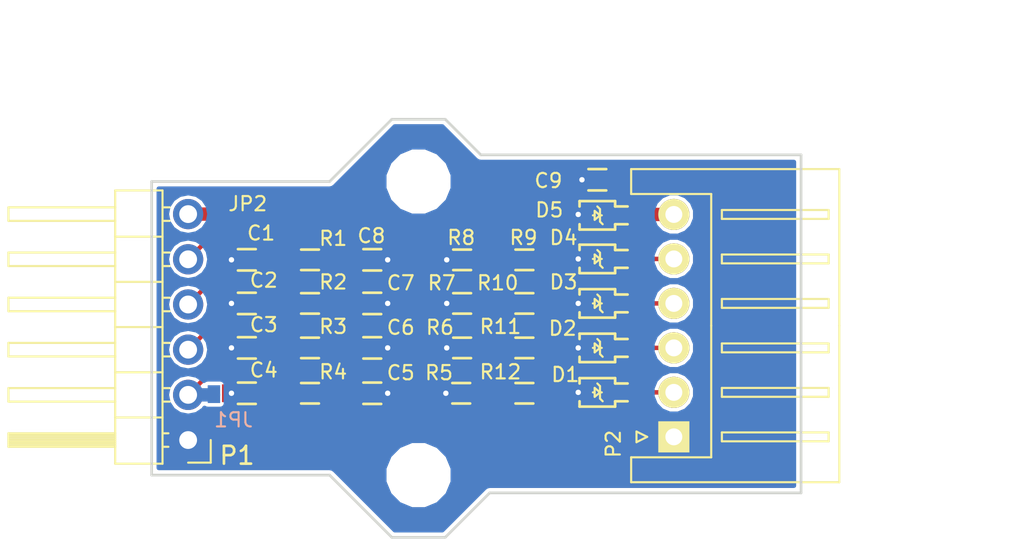
<source format=kicad_pcb>
(kicad_pcb (version 4) (host pcbnew no-vcs-found-product)

  (general
    (links 54)
    (no_connects 0)
    (area 94.124999 14 155.850001 45.0925)
    (thickness 1.6)
    (drawings 14)
    (tracks 111)
    (zones 0)
    (modules 32)
    (nets 15)
  )

  (page A4)
  (title_block
    (company "TERA TU Graz")
  )

  (layers
    (0 F.Cu signal)
    (31 B.Cu signal hide)
    (32 B.Adhes user)
    (33 F.Adhes user)
    (34 B.Paste user)
    (35 F.Paste user)
    (36 B.SilkS user)
    (37 F.SilkS user)
    (38 B.Mask user)
    (39 F.Mask user)
    (40 Dwgs.User user)
    (41 Cmts.User user)
    (42 Eco1.User user)
    (43 Eco2.User user)
    (44 Edge.Cuts user)
    (45 Margin user)
    (46 B.CrtYd user)
    (47 F.CrtYd user)
    (48 B.Fab user)
    (49 F.Fab user)
  )

  (setup
    (last_trace_width 0.25)
    (user_trace_width 0.25)
    (user_trace_width 0.5)
    (user_trace_width 0.75)
    (user_trace_width 1)
    (user_trace_width 1.25)
    (user_trace_width 1.5)
    (user_trace_width 1.75)
    (user_trace_width 2)
    (trace_clearance 0.2)
    (zone_clearance 0.2)
    (zone_45_only no)
    (trace_min 0.2)
    (segment_width 0.2)
    (edge_width 0.15)
    (via_size 0.75)
    (via_drill 0.3)
    (via_min_size 0.65)
    (via_min_drill 0.2)
    (user_via 0.65 0.2)
    (user_via 0.75 0.3)
    (user_via 0.85 0.4)
    (user_via 0.95 0.5)
    (uvia_size 0.3)
    (uvia_drill 0.1)
    (uvias_allowed no)
    (uvia_min_size 0.2)
    (uvia_min_drill 0.1)
    (pcb_text_width 0.3)
    (pcb_text_size 1.5 1.5)
    (mod_edge_width 0.15)
    (mod_text_size 0.8 0.8)
    (mod_text_width 0.12)
    (pad_size 1.524 1.524)
    (pad_drill 0.8)
    (pad_to_mask_clearance 0.075)
    (solder_mask_min_width 0.06)
    (aux_axis_origin 102.85 23.7)
    (grid_origin 102.85 23.7)
    (visible_elements FFFFFF7F)
    (pcbplotparams
      (layerselection 0x010f0_ffffffff)
      (usegerberextensions false)
      (excludeedgelayer true)
      (linewidth 0.100000)
      (plotframeref false)
      (viasonmask true)
      (mode 1)
      (useauxorigin true)
      (hpglpennumber 1)
      (hpglpenspeed 20)
      (hpglpendiameter 15)
      (psnegative false)
      (psa4output false)
      (plotreference true)
      (plotvalue true)
      (plotinvisibletext false)
      (padsonsilk false)
      (subtractmaskfromsilk true)
      (outputformat 1)
      (mirror false)
      (drillshape 0)
      (scaleselection 1)
      (outputdirectory gerber))
  )

  (net 0 "")
  (net 1 "Net-(D2-Pad1)")
  (net 2 "Net-(C6-Pad2)")
  (net 3 "Net-(D3-Pad1)")
  (net 4 "Net-(C7-Pad2)")
  (net 5 "Net-(D4-Pad1)")
  (net 6 "Net-(C8-Pad2)")
  (net 7 GND)
  (net 8 "Net-(C5-Pad2)")
  (net 9 "Net-(C4-Pad2)")
  (net 10 "Net-(C3-Pad2)")
  (net 11 "Net-(C2-Pad2)")
  (net 12 "Net-(C1-Pad2)")
  (net 13 "Net-(D1-Pad1)")
  (net 14 VCC)

  (net_class Default "This is the default net class."
    (clearance 0.2)
    (trace_width 0.25)
    (via_dia 0.75)
    (via_drill 0.3)
    (uvia_dia 0.3)
    (uvia_drill 0.1)
    (add_net GND)
    (add_net "Net-(C1-Pad2)")
    (add_net "Net-(C2-Pad2)")
    (add_net "Net-(C3-Pad2)")
    (add_net "Net-(C4-Pad2)")
    (add_net "Net-(C5-Pad2)")
    (add_net "Net-(C6-Pad2)")
    (add_net "Net-(C7-Pad2)")
    (add_net "Net-(C8-Pad2)")
    (add_net "Net-(D1-Pad1)")
    (add_net "Net-(D2-Pad1)")
    (add_net "Net-(D3-Pad1)")
    (add_net "Net-(D4-Pad1)")
    (add_net VCC)
  )

  (module Mounting_Holes:MountingHole_3.2mm_M3_DIN965 locked (layer F.Cu) (tedit 5AB664EF) (tstamp 5AB74E72)
    (at 117.85 23.7)
    (descr "Mounting Hole 3.2mm, no annular, M3, DIN965")
    (tags "mounting hole 3.2mm no annular m3 din965")
    (attr virtual)
    (fp_text reference REF** (at 0 -3.8) (layer F.SilkS) hide
      (effects (font (size 1 1) (thickness 0.15)))
    )
    (fp_text value MountingHole_3.2mm_M3_DIN965 (at 0 3.8) (layer F.Fab) hide
      (effects (font (size 1 1) (thickness 0.15)))
    )
    (fp_text user %R (at 0.3 0) (layer F.Fab) hide
      (effects (font (size 0.8 0.8) (thickness 0.12)))
    )
    (fp_circle (center 0 0) (end 2.8 0) (layer Cmts.User) (width 0.15))
    (fp_circle (center 0 0) (end 3.05 0) (layer F.CrtYd) (width 0.05))
    (pad 1 np_thru_hole circle (at 0 0) (size 3.2 3.2) (drill 3.2) (layers *.Cu *.Mask))
  )

  (module tera_rlc:R_0603in (layer F.Cu) (tedit 57D01065) (tstamp 5AB6DF92)
    (at 123.8 33.05 180)
    (descr "Resistor SMD 0603")
    (tags "resistor 0603")
    (path /5AB80BDF)
    (attr smd)
    (fp_text reference R11 (at 0 0 180) (layer F.Fab)
      (effects (font (size 0.6 0.6) (thickness 0.1)))
    )
    (fp_text value 0R (at 0 1.5 180) (layer F.Fab)
      (effects (font (size 0.6 0.6) (thickness 0.1)))
    )
    (fp_text user %R (at 1.35 1.2 180) (layer F.SilkS)
      (effects (font (size 0.8 0.8) (thickness 0.12)))
    )
    (fp_line (start -0.85 0.475) (end -0.85 -0.475) (layer F.Fab) (width 0.05))
    (fp_line (start 0.85 0.475) (end -0.85 0.475) (layer F.Fab) (width 0.05))
    (fp_line (start 0.85 -0.475) (end 0.85 0.475) (layer F.Fab) (width 0.05))
    (fp_line (start -0.85 -0.475) (end 0.85 -0.475) (layer F.Fab) (width 0.05))
    (fp_line (start -1.5 -1) (end 1.5 -1) (layer F.CrtYd) (width 0.05))
    (fp_line (start -1.5 1) (end 1.5 1) (layer F.CrtYd) (width 0.05))
    (fp_line (start -1.5 -1) (end -1.5 1) (layer F.CrtYd) (width 0.05))
    (fp_line (start 1.5 -1) (end 1.5 1) (layer F.CrtYd) (width 0.05))
    (fp_line (start 0.5 0.575) (end -0.5 0.575) (layer F.SilkS) (width 0.15))
    (fp_line (start -0.5 -0.575) (end 0.5 -0.575) (layer F.SilkS) (width 0.15))
    (pad 1 smd rect (at -0.865 0 180) (size 1.07 1) (layers F.Cu F.Paste F.Mask)
      (net 1 "Net-(D2-Pad1)"))
    (pad 2 smd rect (at 0.865 0 180) (size 1.07 1) (layers F.Cu F.Paste F.Mask)
      (net 2 "Net-(C6-Pad2)"))
    (model tera_rlc.3dshapes/R_0603in.wrl
      (at (xyz 0 0 0))
      (scale (xyz 1 1 1))
      (rotate (xyz 0 0 0))
    )
  )

  (module tera_rlc:R_0603in (layer F.Cu) (tedit 57D01065) (tstamp 5AB6DFC3)
    (at 123.8 30.55 180)
    (descr "Resistor SMD 0603")
    (tags "resistor 0603")
    (path /5AB806DB)
    (attr smd)
    (fp_text reference R10 (at 0 0 180) (layer F.Fab)
      (effects (font (size 0.6 0.6) (thickness 0.1)))
    )
    (fp_text value 0R (at 0 1.5 180) (layer F.Fab)
      (effects (font (size 0.6 0.6) (thickness 0.1)))
    )
    (fp_text user %R (at 1.5 1.15 180) (layer F.SilkS)
      (effects (font (size 0.8 0.8) (thickness 0.12)))
    )
    (fp_line (start -0.85 0.475) (end -0.85 -0.475) (layer F.Fab) (width 0.05))
    (fp_line (start 0.85 0.475) (end -0.85 0.475) (layer F.Fab) (width 0.05))
    (fp_line (start 0.85 -0.475) (end 0.85 0.475) (layer F.Fab) (width 0.05))
    (fp_line (start -0.85 -0.475) (end 0.85 -0.475) (layer F.Fab) (width 0.05))
    (fp_line (start -1.5 -1) (end 1.5 -1) (layer F.CrtYd) (width 0.05))
    (fp_line (start -1.5 1) (end 1.5 1) (layer F.CrtYd) (width 0.05))
    (fp_line (start -1.5 -1) (end -1.5 1) (layer F.CrtYd) (width 0.05))
    (fp_line (start 1.5 -1) (end 1.5 1) (layer F.CrtYd) (width 0.05))
    (fp_line (start 0.5 0.575) (end -0.5 0.575) (layer F.SilkS) (width 0.15))
    (fp_line (start -0.5 -0.575) (end 0.5 -0.575) (layer F.SilkS) (width 0.15))
    (pad 1 smd rect (at -0.865 0 180) (size 1.07 1) (layers F.Cu F.Paste F.Mask)
      (net 3 "Net-(D3-Pad1)"))
    (pad 2 smd rect (at 0.865 0 180) (size 1.07 1) (layers F.Cu F.Paste F.Mask)
      (net 4 "Net-(C7-Pad2)"))
    (model tera_rlc.3dshapes/R_0603in.wrl
      (at (xyz 0 0 0))
      (scale (xyz 1 1 1))
      (rotate (xyz 0 0 0))
    )
  )

  (module tera_rlc:R_0603in (layer F.Cu) (tedit 57D01065) (tstamp 5AB6DFF4)
    (at 123.8 28.1 180)
    (descr "Resistor SMD 0603")
    (tags "resistor 0603")
    (path /5AB803C4)
    (attr smd)
    (fp_text reference R9 (at 0 0 180) (layer F.Fab)
      (effects (font (size 0.6 0.6) (thickness 0.1)))
    )
    (fp_text value 0R (at 0 1.5 180) (layer F.Fab)
      (effects (font (size 0.6 0.6) (thickness 0.1)))
    )
    (fp_text user %R (at 0.05 1.25 180) (layer F.SilkS)
      (effects (font (size 0.8 0.8) (thickness 0.12)))
    )
    (fp_line (start -0.85 0.475) (end -0.85 -0.475) (layer F.Fab) (width 0.05))
    (fp_line (start 0.85 0.475) (end -0.85 0.475) (layer F.Fab) (width 0.05))
    (fp_line (start 0.85 -0.475) (end 0.85 0.475) (layer F.Fab) (width 0.05))
    (fp_line (start -0.85 -0.475) (end 0.85 -0.475) (layer F.Fab) (width 0.05))
    (fp_line (start -1.5 -1) (end 1.5 -1) (layer F.CrtYd) (width 0.05))
    (fp_line (start -1.5 1) (end 1.5 1) (layer F.CrtYd) (width 0.05))
    (fp_line (start -1.5 -1) (end -1.5 1) (layer F.CrtYd) (width 0.05))
    (fp_line (start 1.5 -1) (end 1.5 1) (layer F.CrtYd) (width 0.05))
    (fp_line (start 0.5 0.575) (end -0.5 0.575) (layer F.SilkS) (width 0.15))
    (fp_line (start -0.5 -0.575) (end 0.5 -0.575) (layer F.SilkS) (width 0.15))
    (pad 1 smd rect (at -0.865 0 180) (size 1.07 1) (layers F.Cu F.Paste F.Mask)
      (net 5 "Net-(D4-Pad1)"))
    (pad 2 smd rect (at 0.865 0 180) (size 1.07 1) (layers F.Cu F.Paste F.Mask)
      (net 6 "Net-(C8-Pad2)"))
    (model tera_rlc.3dshapes/R_0603in.wrl
      (at (xyz 0 0 0))
      (scale (xyz 1 1 1))
      (rotate (xyz 0 0 0))
    )
  )

  (module tera_rlc:R_0603in (layer F.Cu) (tedit 57D01065) (tstamp 5AB6E025)
    (at 120.3 28.1 180)
    (descr "Resistor SMD 0603")
    (tags "resistor 0603")
    (path /5AB81DAC)
    (attr smd)
    (fp_text reference R8 (at 0 0 180) (layer F.Fab)
      (effects (font (size 0.6 0.6) (thickness 0.1)))
    )
    (fp_text value 100K (at 0 1.5 180) (layer F.Fab)
      (effects (font (size 0.6 0.6) (thickness 0.1)))
    )
    (fp_text user %R (at 0.05 1.25 180) (layer F.SilkS)
      (effects (font (size 0.8 0.8) (thickness 0.12)))
    )
    (fp_line (start -0.85 0.475) (end -0.85 -0.475) (layer F.Fab) (width 0.05))
    (fp_line (start 0.85 0.475) (end -0.85 0.475) (layer F.Fab) (width 0.05))
    (fp_line (start 0.85 -0.475) (end 0.85 0.475) (layer F.Fab) (width 0.05))
    (fp_line (start -0.85 -0.475) (end 0.85 -0.475) (layer F.Fab) (width 0.05))
    (fp_line (start -1.5 -1) (end 1.5 -1) (layer F.CrtYd) (width 0.05))
    (fp_line (start -1.5 1) (end 1.5 1) (layer F.CrtYd) (width 0.05))
    (fp_line (start -1.5 -1) (end -1.5 1) (layer F.CrtYd) (width 0.05))
    (fp_line (start 1.5 -1) (end 1.5 1) (layer F.CrtYd) (width 0.05))
    (fp_line (start 0.5 0.575) (end -0.5 0.575) (layer F.SilkS) (width 0.15))
    (fp_line (start -0.5 -0.575) (end 0.5 -0.575) (layer F.SilkS) (width 0.15))
    (pad 1 smd rect (at -0.865 0 180) (size 1.07 1) (layers F.Cu F.Paste F.Mask)
      (net 6 "Net-(C8-Pad2)"))
    (pad 2 smd rect (at 0.865 0 180) (size 1.07 1) (layers F.Cu F.Paste F.Mask)
      (net 7 GND))
    (model tera_rlc.3dshapes/R_0603in.wrl
      (at (xyz 0 0 0))
      (scale (xyz 1 1 1))
      (rotate (xyz 0 0 0))
    )
  )

  (module tera_rlc:R_0603in (layer F.Cu) (tedit 57D01065) (tstamp 5AB6E056)
    (at 120.3 30.55 180)
    (descr "Resistor SMD 0603")
    (tags "resistor 0603")
    (path /5AB81D53)
    (attr smd)
    (fp_text reference R7 (at 0 0 180) (layer F.Fab)
      (effects (font (size 0.6 0.6) (thickness 0.1)))
    )
    (fp_text value 100K (at 0 1.5 180) (layer F.Fab)
      (effects (font (size 0.6 0.6) (thickness 0.1)))
    )
    (fp_text user %R (at 1.15 1.15 180) (layer F.SilkS)
      (effects (font (size 0.8 0.8) (thickness 0.12)))
    )
    (fp_line (start -0.85 0.475) (end -0.85 -0.475) (layer F.Fab) (width 0.05))
    (fp_line (start 0.85 0.475) (end -0.85 0.475) (layer F.Fab) (width 0.05))
    (fp_line (start 0.85 -0.475) (end 0.85 0.475) (layer F.Fab) (width 0.05))
    (fp_line (start -0.85 -0.475) (end 0.85 -0.475) (layer F.Fab) (width 0.05))
    (fp_line (start -1.5 -1) (end 1.5 -1) (layer F.CrtYd) (width 0.05))
    (fp_line (start -1.5 1) (end 1.5 1) (layer F.CrtYd) (width 0.05))
    (fp_line (start -1.5 -1) (end -1.5 1) (layer F.CrtYd) (width 0.05))
    (fp_line (start 1.5 -1) (end 1.5 1) (layer F.CrtYd) (width 0.05))
    (fp_line (start 0.5 0.575) (end -0.5 0.575) (layer F.SilkS) (width 0.15))
    (fp_line (start -0.5 -0.575) (end 0.5 -0.575) (layer F.SilkS) (width 0.15))
    (pad 1 smd rect (at -0.865 0 180) (size 1.07 1) (layers F.Cu F.Paste F.Mask)
      (net 4 "Net-(C7-Pad2)"))
    (pad 2 smd rect (at 0.865 0 180) (size 1.07 1) (layers F.Cu F.Paste F.Mask)
      (net 7 GND))
    (model tera_rlc.3dshapes/R_0603in.wrl
      (at (xyz 0 0 0))
      (scale (xyz 1 1 1))
      (rotate (xyz 0 0 0))
    )
  )

  (module tera_rlc:R_0603in (layer F.Cu) (tedit 57D01065) (tstamp 5AB6E087)
    (at 120.3 33.05 180)
    (descr "Resistor SMD 0603")
    (tags "resistor 0603")
    (path /5AB81CFD)
    (attr smd)
    (fp_text reference R6 (at 0 0 180) (layer F.Fab)
      (effects (font (size 0.6 0.6) (thickness 0.1)))
    )
    (fp_text value 100K (at 0 1.5 180) (layer F.Fab)
      (effects (font (size 0.6 0.6) (thickness 0.1)))
    )
    (fp_text user %R (at 1.25 1.15 180) (layer F.SilkS)
      (effects (font (size 0.8 0.8) (thickness 0.12)))
    )
    (fp_line (start -0.85 0.475) (end -0.85 -0.475) (layer F.Fab) (width 0.05))
    (fp_line (start 0.85 0.475) (end -0.85 0.475) (layer F.Fab) (width 0.05))
    (fp_line (start 0.85 -0.475) (end 0.85 0.475) (layer F.Fab) (width 0.05))
    (fp_line (start -0.85 -0.475) (end 0.85 -0.475) (layer F.Fab) (width 0.05))
    (fp_line (start -1.5 -1) (end 1.5 -1) (layer F.CrtYd) (width 0.05))
    (fp_line (start -1.5 1) (end 1.5 1) (layer F.CrtYd) (width 0.05))
    (fp_line (start -1.5 -1) (end -1.5 1) (layer F.CrtYd) (width 0.05))
    (fp_line (start 1.5 -1) (end 1.5 1) (layer F.CrtYd) (width 0.05))
    (fp_line (start 0.5 0.575) (end -0.5 0.575) (layer F.SilkS) (width 0.15))
    (fp_line (start -0.5 -0.575) (end 0.5 -0.575) (layer F.SilkS) (width 0.15))
    (pad 1 smd rect (at -0.865 0 180) (size 1.07 1) (layers F.Cu F.Paste F.Mask)
      (net 2 "Net-(C6-Pad2)"))
    (pad 2 smd rect (at 0.865 0 180) (size 1.07 1) (layers F.Cu F.Paste F.Mask)
      (net 7 GND))
    (model tera_rlc.3dshapes/R_0603in.wrl
      (at (xyz 0 0 0))
      (scale (xyz 1 1 1))
      (rotate (xyz 0 0 0))
    )
  )

  (module tera_rlc:R_0603in (layer F.Cu) (tedit 57D01065) (tstamp 5AB6E0B8)
    (at 120.25 35.6 180)
    (descr "Resistor SMD 0603")
    (tags "resistor 0603")
    (path /5AB812CB)
    (attr smd)
    (fp_text reference R5 (at 0 0 180) (layer F.Fab)
      (effects (font (size 0.6 0.6) (thickness 0.1)))
    )
    (fp_text value 100K (at 0 1.5 180) (layer F.Fab)
      (effects (font (size 0.6 0.6) (thickness 0.1)))
    )
    (fp_text user %R (at 1.25 1.15 180) (layer F.SilkS)
      (effects (font (size 0.8 0.8) (thickness 0.12)))
    )
    (fp_line (start -0.85 0.475) (end -0.85 -0.475) (layer F.Fab) (width 0.05))
    (fp_line (start 0.85 0.475) (end -0.85 0.475) (layer F.Fab) (width 0.05))
    (fp_line (start 0.85 -0.475) (end 0.85 0.475) (layer F.Fab) (width 0.05))
    (fp_line (start -0.85 -0.475) (end 0.85 -0.475) (layer F.Fab) (width 0.05))
    (fp_line (start -1.5 -1) (end 1.5 -1) (layer F.CrtYd) (width 0.05))
    (fp_line (start -1.5 1) (end 1.5 1) (layer F.CrtYd) (width 0.05))
    (fp_line (start -1.5 -1) (end -1.5 1) (layer F.CrtYd) (width 0.05))
    (fp_line (start 1.5 -1) (end 1.5 1) (layer F.CrtYd) (width 0.05))
    (fp_line (start 0.5 0.575) (end -0.5 0.575) (layer F.SilkS) (width 0.15))
    (fp_line (start -0.5 -0.575) (end 0.5 -0.575) (layer F.SilkS) (width 0.15))
    (pad 1 smd rect (at -0.865 0 180) (size 1.07 1) (layers F.Cu F.Paste F.Mask)
      (net 8 "Net-(C5-Pad2)"))
    (pad 2 smd rect (at 0.865 0 180) (size 1.07 1) (layers F.Cu F.Paste F.Mask)
      (net 7 GND))
    (model tera_rlc.3dshapes/R_0603in.wrl
      (at (xyz 0 0 0))
      (scale (xyz 1 1 1))
      (rotate (xyz 0 0 0))
    )
  )

  (module tera_rlc:R_0603in (layer F.Cu) (tedit 57D01065) (tstamp 5AB6E0E9)
    (at 111.75 35.6 180)
    (descr "Resistor SMD 0603")
    (tags "resistor 0603")
    (path /5AB7EFBE)
    (attr smd)
    (fp_text reference R4 (at 0 0 180) (layer F.Fab)
      (effects (font (size 0.6 0.6) (thickness 0.1)))
    )
    (fp_text value 1k (at 0 1.5 180) (layer F.Fab)
      (effects (font (size 0.6 0.6) (thickness 0.1)))
    )
    (fp_text user %R (at -1.3 1.2 180) (layer F.SilkS)
      (effects (font (size 0.8 0.8) (thickness 0.12)))
    )
    (fp_line (start -0.85 0.475) (end -0.85 -0.475) (layer F.Fab) (width 0.05))
    (fp_line (start 0.85 0.475) (end -0.85 0.475) (layer F.Fab) (width 0.05))
    (fp_line (start 0.85 -0.475) (end 0.85 0.475) (layer F.Fab) (width 0.05))
    (fp_line (start -0.85 -0.475) (end 0.85 -0.475) (layer F.Fab) (width 0.05))
    (fp_line (start -1.5 -1) (end 1.5 -1) (layer F.CrtYd) (width 0.05))
    (fp_line (start -1.5 1) (end 1.5 1) (layer F.CrtYd) (width 0.05))
    (fp_line (start -1.5 -1) (end -1.5 1) (layer F.CrtYd) (width 0.05))
    (fp_line (start 1.5 -1) (end 1.5 1) (layer F.CrtYd) (width 0.05))
    (fp_line (start 0.5 0.575) (end -0.5 0.575) (layer F.SilkS) (width 0.15))
    (fp_line (start -0.5 -0.575) (end 0.5 -0.575) (layer F.SilkS) (width 0.15))
    (pad 1 smd rect (at -0.865 0 180) (size 1.07 1) (layers F.Cu F.Paste F.Mask)
      (net 8 "Net-(C5-Pad2)"))
    (pad 2 smd rect (at 0.865 0 180) (size 1.07 1) (layers F.Cu F.Paste F.Mask)
      (net 9 "Net-(C4-Pad2)"))
    (model tera_rlc.3dshapes/R_0603in.wrl
      (at (xyz 0 0 0))
      (scale (xyz 1 1 1))
      (rotate (xyz 0 0 0))
    )
  )

  (module tera_rlc:R_0603in (layer F.Cu) (tedit 57D01065) (tstamp 5AB6E11A)
    (at 111.75 33.05 180)
    (descr "Resistor SMD 0603")
    (tags "resistor 0603")
    (path /5AB7EFB6)
    (attr smd)
    (fp_text reference R3 (at 0 0 180) (layer F.Fab)
      (effects (font (size 0.6 0.6) (thickness 0.1)))
    )
    (fp_text value 1k (at 0 1.5 180) (layer F.Fab)
      (effects (font (size 0.6 0.6) (thickness 0.1)))
    )
    (fp_text user %R (at -1.3 1.2 180) (layer F.SilkS)
      (effects (font (size 0.8 0.8) (thickness 0.12)))
    )
    (fp_line (start -0.85 0.475) (end -0.85 -0.475) (layer F.Fab) (width 0.05))
    (fp_line (start 0.85 0.475) (end -0.85 0.475) (layer F.Fab) (width 0.05))
    (fp_line (start 0.85 -0.475) (end 0.85 0.475) (layer F.Fab) (width 0.05))
    (fp_line (start -0.85 -0.475) (end 0.85 -0.475) (layer F.Fab) (width 0.05))
    (fp_line (start -1.5 -1) (end 1.5 -1) (layer F.CrtYd) (width 0.05))
    (fp_line (start -1.5 1) (end 1.5 1) (layer F.CrtYd) (width 0.05))
    (fp_line (start -1.5 -1) (end -1.5 1) (layer F.CrtYd) (width 0.05))
    (fp_line (start 1.5 -1) (end 1.5 1) (layer F.CrtYd) (width 0.05))
    (fp_line (start 0.5 0.575) (end -0.5 0.575) (layer F.SilkS) (width 0.15))
    (fp_line (start -0.5 -0.575) (end 0.5 -0.575) (layer F.SilkS) (width 0.15))
    (pad 1 smd rect (at -0.865 0 180) (size 1.07 1) (layers F.Cu F.Paste F.Mask)
      (net 2 "Net-(C6-Pad2)"))
    (pad 2 smd rect (at 0.865 0 180) (size 1.07 1) (layers F.Cu F.Paste F.Mask)
      (net 10 "Net-(C3-Pad2)"))
    (model tera_rlc.3dshapes/R_0603in.wrl
      (at (xyz 0 0 0))
      (scale (xyz 1 1 1))
      (rotate (xyz 0 0 0))
    )
  )

  (module tera_rlc:R_0603in (layer F.Cu) (tedit 57D01065) (tstamp 5AB6E14B)
    (at 111.75 30.55 180)
    (descr "Resistor SMD 0603")
    (tags "resistor 0603")
    (path /5AB7EFAE)
    (attr smd)
    (fp_text reference R2 (at 0 0 180) (layer F.Fab)
      (effects (font (size 0.6 0.6) (thickness 0.1)))
    )
    (fp_text value 1k (at 0 1.5 180) (layer F.Fab)
      (effects (font (size 0.6 0.6) (thickness 0.1)))
    )
    (fp_text user %R (at -1.3 1.2 180) (layer F.SilkS)
      (effects (font (size 0.8 0.8) (thickness 0.12)))
    )
    (fp_line (start -0.85 0.475) (end -0.85 -0.475) (layer F.Fab) (width 0.05))
    (fp_line (start 0.85 0.475) (end -0.85 0.475) (layer F.Fab) (width 0.05))
    (fp_line (start 0.85 -0.475) (end 0.85 0.475) (layer F.Fab) (width 0.05))
    (fp_line (start -0.85 -0.475) (end 0.85 -0.475) (layer F.Fab) (width 0.05))
    (fp_line (start -1.5 -1) (end 1.5 -1) (layer F.CrtYd) (width 0.05))
    (fp_line (start -1.5 1) (end 1.5 1) (layer F.CrtYd) (width 0.05))
    (fp_line (start -1.5 -1) (end -1.5 1) (layer F.CrtYd) (width 0.05))
    (fp_line (start 1.5 -1) (end 1.5 1) (layer F.CrtYd) (width 0.05))
    (fp_line (start 0.5 0.575) (end -0.5 0.575) (layer F.SilkS) (width 0.15))
    (fp_line (start -0.5 -0.575) (end 0.5 -0.575) (layer F.SilkS) (width 0.15))
    (pad 1 smd rect (at -0.865 0 180) (size 1.07 1) (layers F.Cu F.Paste F.Mask)
      (net 4 "Net-(C7-Pad2)"))
    (pad 2 smd rect (at 0.865 0 180) (size 1.07 1) (layers F.Cu F.Paste F.Mask)
      (net 11 "Net-(C2-Pad2)"))
    (model tera_rlc.3dshapes/R_0603in.wrl
      (at (xyz 0 0 0))
      (scale (xyz 1 1 1))
      (rotate (xyz 0 0 0))
    )
  )

  (module tera_rlc:R_0603in (layer F.Cu) (tedit 57D01065) (tstamp 5AB6E17C)
    (at 111.75 28.1 180)
    (descr "Resistor SMD 0603")
    (tags "resistor 0603")
    (path /5AB7EFC6)
    (attr smd)
    (fp_text reference R1 (at 0 0 180) (layer F.Fab)
      (effects (font (size 0.6 0.6) (thickness 0.1)))
    )
    (fp_text value 1k (at 0 1.5 180) (layer F.Fab)
      (effects (font (size 0.6 0.6) (thickness 0.1)))
    )
    (fp_text user %R (at -1.3 1.2 180) (layer F.SilkS)
      (effects (font (size 0.8 0.8) (thickness 0.12)))
    )
    (fp_line (start -0.85 0.475) (end -0.85 -0.475) (layer F.Fab) (width 0.05))
    (fp_line (start 0.85 0.475) (end -0.85 0.475) (layer F.Fab) (width 0.05))
    (fp_line (start 0.85 -0.475) (end 0.85 0.475) (layer F.Fab) (width 0.05))
    (fp_line (start -0.85 -0.475) (end 0.85 -0.475) (layer F.Fab) (width 0.05))
    (fp_line (start -1.5 -1) (end 1.5 -1) (layer F.CrtYd) (width 0.05))
    (fp_line (start -1.5 1) (end 1.5 1) (layer F.CrtYd) (width 0.05))
    (fp_line (start -1.5 -1) (end -1.5 1) (layer F.CrtYd) (width 0.05))
    (fp_line (start 1.5 -1) (end 1.5 1) (layer F.CrtYd) (width 0.05))
    (fp_line (start 0.5 0.575) (end -0.5 0.575) (layer F.SilkS) (width 0.15))
    (fp_line (start -0.5 -0.575) (end 0.5 -0.575) (layer F.SilkS) (width 0.15))
    (pad 1 smd rect (at -0.865 0 180) (size 1.07 1) (layers F.Cu F.Paste F.Mask)
      (net 6 "Net-(C8-Pad2)"))
    (pad 2 smd rect (at 0.865 0 180) (size 1.07 1) (layers F.Cu F.Paste F.Mask)
      (net 12 "Net-(C1-Pad2)"))
    (model tera_rlc.3dshapes/R_0603in.wrl
      (at (xyz 0 0 0))
      (scale (xyz 1 1 1))
      (rotate (xyz 0 0 0))
    )
  )

  (module tera_rlc:R_0603in (layer F.Cu) (tedit 57D01065) (tstamp 5AB6E1AD)
    (at 123.8 35.6 180)
    (descr "Resistor SMD 0603")
    (tags "resistor 0603")
    (path /5AB80C34)
    (attr smd)
    (fp_text reference R12 (at 0 0 180) (layer F.Fab)
      (effects (font (size 0.6 0.6) (thickness 0.1)))
    )
    (fp_text value 0R (at 0 1.5 180) (layer F.Fab)
      (effects (font (size 0.6 0.6) (thickness 0.1)))
    )
    (fp_text user %R (at 1.35 1.2 180) (layer F.SilkS)
      (effects (font (size 0.8 0.8) (thickness 0.12)))
    )
    (fp_line (start -0.85 0.475) (end -0.85 -0.475) (layer F.Fab) (width 0.05))
    (fp_line (start 0.85 0.475) (end -0.85 0.475) (layer F.Fab) (width 0.05))
    (fp_line (start 0.85 -0.475) (end 0.85 0.475) (layer F.Fab) (width 0.05))
    (fp_line (start -0.85 -0.475) (end 0.85 -0.475) (layer F.Fab) (width 0.05))
    (fp_line (start -1.5 -1) (end 1.5 -1) (layer F.CrtYd) (width 0.05))
    (fp_line (start -1.5 1) (end 1.5 1) (layer F.CrtYd) (width 0.05))
    (fp_line (start -1.5 -1) (end -1.5 1) (layer F.CrtYd) (width 0.05))
    (fp_line (start 1.5 -1) (end 1.5 1) (layer F.CrtYd) (width 0.05))
    (fp_line (start 0.5 0.575) (end -0.5 0.575) (layer F.SilkS) (width 0.15))
    (fp_line (start -0.5 -0.575) (end 0.5 -0.575) (layer F.SilkS) (width 0.15))
    (pad 1 smd rect (at -0.865 0 180) (size 1.07 1) (layers F.Cu F.Paste F.Mask)
      (net 13 "Net-(D1-Pad1)"))
    (pad 2 smd rect (at 0.865 0 180) (size 1.07 1) (layers F.Cu F.Paste F.Mask)
      (net 8 "Net-(C5-Pad2)"))
    (model tera_rlc.3dshapes/R_0603in.wrl
      (at (xyz 0 0 0))
      (scale (xyz 1 1 1))
      (rotate (xyz 0 0 0))
    )
  )

  (module tera_rlc:C_0603in (layer F.Cu) (tedit 57D0104E) (tstamp 5AB6E1DE)
    (at 115.25 28.1 180)
    (descr "Capacitor SMD 0603")
    (tags "capacitor 0603")
    (path /5AB7F010)
    (attr smd)
    (fp_text reference C8 (at 0 0 180) (layer F.Fab)
      (effects (font (size 0.6 0.6) (thickness 0.1)))
    )
    (fp_text value 100n (at 0 1.5 180) (layer F.Fab)
      (effects (font (size 0.6 0.6) (thickness 0.1)))
    )
    (fp_text user %R (at 0.05 1.35 180) (layer F.SilkS)
      (effects (font (size 0.8 0.8) (thickness 0.12)))
    )
    (fp_line (start -1.025 0.5) (end -1.025 -0.5) (layer F.Fab) (width 0.05))
    (fp_line (start 1.025 0.5) (end -1.025 0.5) (layer F.Fab) (width 0.05))
    (fp_line (start 1.025 -0.5) (end 1.025 0.5) (layer F.Fab) (width 0.05))
    (fp_line (start -1.025 -0.5) (end 1.025 -0.5) (layer F.Fab) (width 0.05))
    (fp_line (start -1.5 -1) (end 1.5 -1) (layer F.CrtYd) (width 0.05))
    (fp_line (start -1.5 1) (end 1.5 1) (layer F.CrtYd) (width 0.05))
    (fp_line (start -1.5 -1) (end -1.5 1) (layer F.CrtYd) (width 0.05))
    (fp_line (start 1.5 -1) (end 1.5 1) (layer F.CrtYd) (width 0.05))
    (fp_line (start 0.5 0.6) (end -0.5 0.6) (layer F.SilkS) (width 0.15))
    (fp_line (start -0.5 -0.6) (end 0.5 -0.6) (layer F.SilkS) (width 0.15))
    (pad 1 smd rect (at -0.865 0 180) (size 1.07 1) (layers F.Cu F.Paste F.Mask)
      (net 7 GND))
    (pad 2 smd rect (at 0.865 0 180) (size 1.07 1) (layers F.Cu F.Paste F.Mask)
      (net 6 "Net-(C8-Pad2)"))
    (model tera_rlc.3dshapes/C_0603in.wrl
      (at (xyz 0 0 0))
      (scale (xyz 1 1 1))
      (rotate (xyz 0 0 0))
    )
  )

  (module tera_rlc:C_0603in (layer F.Cu) (tedit 57D0104E) (tstamp 5AB6E20F)
    (at 108.2 28.1)
    (descr "Capacitor SMD 0603")
    (tags "capacitor 0603")
    (path /5AB7EFCE)
    (attr smd)
    (fp_text reference C1 (at 0 0) (layer F.Fab)
      (effects (font (size 0.6 0.6) (thickness 0.1)))
    )
    (fp_text value 100n (at 0 1.5) (layer F.Fab)
      (effects (font (size 0.6 0.6) (thickness 0.1)))
    )
    (fp_text user %R (at 0.8 -1.5) (layer F.SilkS)
      (effects (font (size 0.8 0.8) (thickness 0.12)))
    )
    (fp_line (start -1.025 0.5) (end -1.025 -0.5) (layer F.Fab) (width 0.05))
    (fp_line (start 1.025 0.5) (end -1.025 0.5) (layer F.Fab) (width 0.05))
    (fp_line (start 1.025 -0.5) (end 1.025 0.5) (layer F.Fab) (width 0.05))
    (fp_line (start -1.025 -0.5) (end 1.025 -0.5) (layer F.Fab) (width 0.05))
    (fp_line (start -1.5 -1) (end 1.5 -1) (layer F.CrtYd) (width 0.05))
    (fp_line (start -1.5 1) (end 1.5 1) (layer F.CrtYd) (width 0.05))
    (fp_line (start -1.5 -1) (end -1.5 1) (layer F.CrtYd) (width 0.05))
    (fp_line (start 1.5 -1) (end 1.5 1) (layer F.CrtYd) (width 0.05))
    (fp_line (start 0.5 0.6) (end -0.5 0.6) (layer F.SilkS) (width 0.15))
    (fp_line (start -0.5 -0.6) (end 0.5 -0.6) (layer F.SilkS) (width 0.15))
    (pad 1 smd rect (at -0.865 0) (size 1.07 1) (layers F.Cu F.Paste F.Mask)
      (net 7 GND))
    (pad 2 smd rect (at 0.865 0) (size 1.07 1) (layers F.Cu F.Paste F.Mask)
      (net 12 "Net-(C1-Pad2)"))
    (model tera_rlc.3dshapes/C_0603in.wrl
      (at (xyz 0 0 0))
      (scale (xyz 1 1 1))
      (rotate (xyz 0 0 0))
    )
  )

  (module tera_rlc:C_0603in (layer F.Cu) (tedit 57D0104E) (tstamp 5AB6E240)
    (at 108.2 33.05)
    (descr "Capacitor SMD 0603")
    (tags "capacitor 0603")
    (path /5AB7F038)
    (attr smd)
    (fp_text reference C3 (at 0 0) (layer F.Fab)
      (effects (font (size 0.6 0.6) (thickness 0.1)))
    )
    (fp_text value 100n (at 0 1.5) (layer F.Fab)
      (effects (font (size 0.6 0.6) (thickness 0.1)))
    )
    (fp_text user %R (at 0.95 -1.3) (layer F.SilkS)
      (effects (font (size 0.8 0.8) (thickness 0.12)))
    )
    (fp_line (start -1.025 0.5) (end -1.025 -0.5) (layer F.Fab) (width 0.05))
    (fp_line (start 1.025 0.5) (end -1.025 0.5) (layer F.Fab) (width 0.05))
    (fp_line (start 1.025 -0.5) (end 1.025 0.5) (layer F.Fab) (width 0.05))
    (fp_line (start -1.025 -0.5) (end 1.025 -0.5) (layer F.Fab) (width 0.05))
    (fp_line (start -1.5 -1) (end 1.5 -1) (layer F.CrtYd) (width 0.05))
    (fp_line (start -1.5 1) (end 1.5 1) (layer F.CrtYd) (width 0.05))
    (fp_line (start -1.5 -1) (end -1.5 1) (layer F.CrtYd) (width 0.05))
    (fp_line (start 1.5 -1) (end 1.5 1) (layer F.CrtYd) (width 0.05))
    (fp_line (start 0.5 0.6) (end -0.5 0.6) (layer F.SilkS) (width 0.15))
    (fp_line (start -0.5 -0.6) (end 0.5 -0.6) (layer F.SilkS) (width 0.15))
    (pad 1 smd rect (at -0.865 0) (size 1.07 1) (layers F.Cu F.Paste F.Mask)
      (net 7 GND))
    (pad 2 smd rect (at 0.865 0) (size 1.07 1) (layers F.Cu F.Paste F.Mask)
      (net 10 "Net-(C3-Pad2)"))
    (model tera_rlc.3dshapes/C_0603in.wrl
      (at (xyz 0 0 0))
      (scale (xyz 1 1 1))
      (rotate (xyz 0 0 0))
    )
  )

  (module tera_rlc:C_0603in (layer F.Cu) (tedit 57D0104E) (tstamp 5AB6E271)
    (at 108.2 35.6)
    (descr "Capacitor SMD 0603")
    (tags "capacitor 0603")
    (path /5AB7F030)
    (attr smd)
    (fp_text reference C4 (at 0 0) (layer F.Fab)
      (effects (font (size 0.6 0.6) (thickness 0.1)))
    )
    (fp_text value 100n (at 0 1.5) (layer F.Fab)
      (effects (font (size 0.6 0.6) (thickness 0.1)))
    )
    (fp_text user %R (at 0.95 -1.3) (layer F.SilkS)
      (effects (font (size 0.8 0.8) (thickness 0.12)))
    )
    (fp_line (start -1.025 0.5) (end -1.025 -0.5) (layer F.Fab) (width 0.05))
    (fp_line (start 1.025 0.5) (end -1.025 0.5) (layer F.Fab) (width 0.05))
    (fp_line (start 1.025 -0.5) (end 1.025 0.5) (layer F.Fab) (width 0.05))
    (fp_line (start -1.025 -0.5) (end 1.025 -0.5) (layer F.Fab) (width 0.05))
    (fp_line (start -1.5 -1) (end 1.5 -1) (layer F.CrtYd) (width 0.05))
    (fp_line (start -1.5 1) (end 1.5 1) (layer F.CrtYd) (width 0.05))
    (fp_line (start -1.5 -1) (end -1.5 1) (layer F.CrtYd) (width 0.05))
    (fp_line (start 1.5 -1) (end 1.5 1) (layer F.CrtYd) (width 0.05))
    (fp_line (start 0.5 0.6) (end -0.5 0.6) (layer F.SilkS) (width 0.15))
    (fp_line (start -0.5 -0.6) (end 0.5 -0.6) (layer F.SilkS) (width 0.15))
    (pad 1 smd rect (at -0.865 0) (size 1.07 1) (layers F.Cu F.Paste F.Mask)
      (net 7 GND))
    (pad 2 smd rect (at 0.865 0) (size 1.07 1) (layers F.Cu F.Paste F.Mask)
      (net 9 "Net-(C4-Pad2)"))
    (model tera_rlc.3dshapes/C_0603in.wrl
      (at (xyz 0 0 0))
      (scale (xyz 1 1 1))
      (rotate (xyz 0 0 0))
    )
  )

  (module tera_rlc:C_0603in (layer F.Cu) (tedit 57D0104E) (tstamp 5AB6E2A2)
    (at 115.25 35.6 180)
    (descr "Capacitor SMD 0603")
    (tags "capacitor 0603")
    (path /5AB7F028)
    (attr smd)
    (fp_text reference C5 (at 0 0 180) (layer F.Fab)
      (effects (font (size 0.6 0.6) (thickness 0.1)))
    )
    (fp_text value 100n (at 0 1.5 180) (layer F.Fab)
      (effects (font (size 0.6 0.6) (thickness 0.1)))
    )
    (fp_text user %R (at -1.6 1.15 180) (layer F.SilkS)
      (effects (font (size 0.8 0.8) (thickness 0.12)))
    )
    (fp_line (start -1.025 0.5) (end -1.025 -0.5) (layer F.Fab) (width 0.05))
    (fp_line (start 1.025 0.5) (end -1.025 0.5) (layer F.Fab) (width 0.05))
    (fp_line (start 1.025 -0.5) (end 1.025 0.5) (layer F.Fab) (width 0.05))
    (fp_line (start -1.025 -0.5) (end 1.025 -0.5) (layer F.Fab) (width 0.05))
    (fp_line (start -1.5 -1) (end 1.5 -1) (layer F.CrtYd) (width 0.05))
    (fp_line (start -1.5 1) (end 1.5 1) (layer F.CrtYd) (width 0.05))
    (fp_line (start -1.5 -1) (end -1.5 1) (layer F.CrtYd) (width 0.05))
    (fp_line (start 1.5 -1) (end 1.5 1) (layer F.CrtYd) (width 0.05))
    (fp_line (start 0.5 0.6) (end -0.5 0.6) (layer F.SilkS) (width 0.15))
    (fp_line (start -0.5 -0.6) (end 0.5 -0.6) (layer F.SilkS) (width 0.15))
    (pad 1 smd rect (at -0.865 0 180) (size 1.07 1) (layers F.Cu F.Paste F.Mask)
      (net 7 GND))
    (pad 2 smd rect (at 0.865 0 180) (size 1.07 1) (layers F.Cu F.Paste F.Mask)
      (net 8 "Net-(C5-Pad2)"))
    (model tera_rlc.3dshapes/C_0603in.wrl
      (at (xyz 0 0 0))
      (scale (xyz 1 1 1))
      (rotate (xyz 0 0 0))
    )
  )

  (module tera_rlc:C_0603in (layer F.Cu) (tedit 57D0104E) (tstamp 5AB6E2D3)
    (at 115.25 33.05 180)
    (descr "Capacitor SMD 0603")
    (tags "capacitor 0603")
    (path /5AB7F020)
    (attr smd)
    (fp_text reference C6 (at 0 0 180) (layer F.Fab)
      (effects (font (size 0.6 0.6) (thickness 0.1)))
    )
    (fp_text value 100n (at 0 1.5 180) (layer F.Fab)
      (effects (font (size 0.6 0.6) (thickness 0.1)))
    )
    (fp_text user %R (at -1.6 1.15 180) (layer F.SilkS)
      (effects (font (size 0.8 0.8) (thickness 0.12)))
    )
    (fp_line (start -1.025 0.5) (end -1.025 -0.5) (layer F.Fab) (width 0.05))
    (fp_line (start 1.025 0.5) (end -1.025 0.5) (layer F.Fab) (width 0.05))
    (fp_line (start 1.025 -0.5) (end 1.025 0.5) (layer F.Fab) (width 0.05))
    (fp_line (start -1.025 -0.5) (end 1.025 -0.5) (layer F.Fab) (width 0.05))
    (fp_line (start -1.5 -1) (end 1.5 -1) (layer F.CrtYd) (width 0.05))
    (fp_line (start -1.5 1) (end 1.5 1) (layer F.CrtYd) (width 0.05))
    (fp_line (start -1.5 -1) (end -1.5 1) (layer F.CrtYd) (width 0.05))
    (fp_line (start 1.5 -1) (end 1.5 1) (layer F.CrtYd) (width 0.05))
    (fp_line (start 0.5 0.6) (end -0.5 0.6) (layer F.SilkS) (width 0.15))
    (fp_line (start -0.5 -0.6) (end 0.5 -0.6) (layer F.SilkS) (width 0.15))
    (pad 1 smd rect (at -0.865 0 180) (size 1.07 1) (layers F.Cu F.Paste F.Mask)
      (net 7 GND))
    (pad 2 smd rect (at 0.865 0 180) (size 1.07 1) (layers F.Cu F.Paste F.Mask)
      (net 2 "Net-(C6-Pad2)"))
    (model tera_rlc.3dshapes/C_0603in.wrl
      (at (xyz 0 0 0))
      (scale (xyz 1 1 1))
      (rotate (xyz 0 0 0))
    )
  )

  (module tera_rlc:C_0603in (layer F.Cu) (tedit 57D0104E) (tstamp 5AB6E304)
    (at 115.25 30.55 180)
    (descr "Capacitor SMD 0603")
    (tags "capacitor 0603")
    (path /5AB7F018)
    (attr smd)
    (fp_text reference C7 (at 0 0 180) (layer F.Fab)
      (effects (font (size 0.6 0.6) (thickness 0.1)))
    )
    (fp_text value 100n (at 0 1.5 180) (layer F.Fab)
      (effects (font (size 0.6 0.6) (thickness 0.1)))
    )
    (fp_text user %R (at -1.6 1.15 180) (layer F.SilkS)
      (effects (font (size 0.8 0.8) (thickness 0.12)))
    )
    (fp_line (start -1.025 0.5) (end -1.025 -0.5) (layer F.Fab) (width 0.05))
    (fp_line (start 1.025 0.5) (end -1.025 0.5) (layer F.Fab) (width 0.05))
    (fp_line (start 1.025 -0.5) (end 1.025 0.5) (layer F.Fab) (width 0.05))
    (fp_line (start -1.025 -0.5) (end 1.025 -0.5) (layer F.Fab) (width 0.05))
    (fp_line (start -1.5 -1) (end 1.5 -1) (layer F.CrtYd) (width 0.05))
    (fp_line (start -1.5 1) (end 1.5 1) (layer F.CrtYd) (width 0.05))
    (fp_line (start -1.5 -1) (end -1.5 1) (layer F.CrtYd) (width 0.05))
    (fp_line (start 1.5 -1) (end 1.5 1) (layer F.CrtYd) (width 0.05))
    (fp_line (start 0.5 0.6) (end -0.5 0.6) (layer F.SilkS) (width 0.15))
    (fp_line (start -0.5 -0.6) (end 0.5 -0.6) (layer F.SilkS) (width 0.15))
    (pad 1 smd rect (at -0.865 0 180) (size 1.07 1) (layers F.Cu F.Paste F.Mask)
      (net 7 GND))
    (pad 2 smd rect (at 0.865 0 180) (size 1.07 1) (layers F.Cu F.Paste F.Mask)
      (net 4 "Net-(C7-Pad2)"))
    (model tera_rlc.3dshapes/C_0603in.wrl
      (at (xyz 0 0 0))
      (scale (xyz 1 1 1))
      (rotate (xyz 0 0 0))
    )
  )

  (module tera_rlc:C_0603in (layer F.Cu) (tedit 57D0104E) (tstamp 5AB6E335)
    (at 108.2 30.55)
    (descr "Capacitor SMD 0603")
    (tags "capacitor 0603")
    (path /5AB7F040)
    (attr smd)
    (fp_text reference C2 (at 0 0) (layer F.Fab)
      (effects (font (size 0.6 0.6) (thickness 0.1)))
    )
    (fp_text value 100n (at 0 1.5) (layer F.Fab)
      (effects (font (size 0.6 0.6) (thickness 0.1)))
    )
    (fp_text user %R (at 0.95 -1.3) (layer F.SilkS)
      (effects (font (size 0.8 0.8) (thickness 0.12)))
    )
    (fp_line (start -1.025 0.5) (end -1.025 -0.5) (layer F.Fab) (width 0.05))
    (fp_line (start 1.025 0.5) (end -1.025 0.5) (layer F.Fab) (width 0.05))
    (fp_line (start 1.025 -0.5) (end 1.025 0.5) (layer F.Fab) (width 0.05))
    (fp_line (start -1.025 -0.5) (end 1.025 -0.5) (layer F.Fab) (width 0.05))
    (fp_line (start -1.5 -1) (end 1.5 -1) (layer F.CrtYd) (width 0.05))
    (fp_line (start -1.5 1) (end 1.5 1) (layer F.CrtYd) (width 0.05))
    (fp_line (start -1.5 -1) (end -1.5 1) (layer F.CrtYd) (width 0.05))
    (fp_line (start 1.5 -1) (end 1.5 1) (layer F.CrtYd) (width 0.05))
    (fp_line (start 0.5 0.6) (end -0.5 0.6) (layer F.SilkS) (width 0.15))
    (fp_line (start -0.5 -0.6) (end 0.5 -0.6) (layer F.SilkS) (width 0.15))
    (pad 1 smd rect (at -0.865 0) (size 1.07 1) (layers F.Cu F.Paste F.Mask)
      (net 7 GND))
    (pad 2 smd rect (at 0.865 0) (size 1.07 1) (layers F.Cu F.Paste F.Mask)
      (net 11 "Net-(C2-Pad2)"))
    (model tera_rlc.3dshapes/C_0603in.wrl
      (at (xyz 0 0 0))
      (scale (xyz 1 1 1))
      (rotate (xyz 0 0 0))
    )
  )

  (module tera_diodes:uClamp3310D_tvs_3v3 (layer F.Cu) (tedit 58073CDF) (tstamp 5AB6E378)
    (at 127.9 28.05 180)
    (descr "(SOD-323) Footprint for uClamp3310D tvs diode ")
    (tags uClamp3310D)
    (path /5AB7FAEB)
    (attr smd)
    (fp_text reference D4 (at 0.05 0.05 180) (layer F.Fab)
      (effects (font (size 0.5 0.5) (thickness 0.08)))
    )
    (fp_text value TVS (at 0 1.5 180) (layer F.Fab)
      (effects (font (size 0.6 0.6) (thickness 0.1)))
    )
    (fp_line (start -0.15 -0.35) (end -0.3 -0.5) (layer F.SilkS) (width 0.12))
    (fp_text user %R (at 1.9 1.2 180) (layer F.SilkS)
      (effects (font (size 0.8 0.8) (thickness 0.12)))
    )
    (fp_line (start -0.45 0.65) (end -0.45 0.4) (layer F.Fab) (width 0.05))
    (fp_line (start -0.85 0) (end -0.45 0.65) (layer F.Fab) (width 0.05))
    (fp_line (start -0.45 -0.65) (end -0.45 -0.35) (layer F.Fab) (width 0.05))
    (fp_line (start -0.85 0) (end -0.45 -0.65) (layer F.Fab) (width 0.05))
    (fp_line (start -1 0.5) (end -1.7 0.5) (layer F.SilkS) (width 0.15))
    (fp_line (start 1 -0.8) (end 1 -0.5) (layer F.SilkS) (width 0.15))
    (fp_line (start -1 -0.8) (end 1 -0.8) (layer F.SilkS) (width 0.15))
    (fp_line (start -1 -0.5) (end -1 -0.8) (layer F.SilkS) (width 0.15))
    (fp_line (start -1.7 -0.5) (end -1 -0.5) (layer F.SilkS) (width 0.15))
    (fp_line (start -1 0.8) (end -1 0.5) (layer F.SilkS) (width 0.15))
    (fp_line (start 1 0.8) (end -1 0.8) (layer F.SilkS) (width 0.15))
    (fp_line (start 1 0.5) (end 1 0.8) (layer F.SilkS) (width 0.15))
    (fp_line (start 0.15 0) (end 0.25 0) (layer F.SilkS) (width 0.12))
    (fp_line (start 0.15 0.25) (end -0.15 0) (layer F.SilkS) (width 0.12))
    (fp_line (start 0.15 -0.25) (end 0.15 0.25) (layer F.SilkS) (width 0.12))
    (fp_line (start -0.15 0) (end 0.15 -0.25) (layer F.SilkS) (width 0.12))
    (fp_line (start -0.1 0) (end -0.25 0) (layer F.SilkS) (width 0.12))
    (fp_line (start -0.15 -0.35) (end -0.15 0.35) (layer F.SilkS) (width 0.12))
    (fp_line (start -0.89 0.685) (end -0.89 -0.685) (layer F.Fab) (width 0.05))
    (fp_line (start 0.89 0.685) (end -0.89 0.685) (layer F.Fab) (width 0.05))
    (fp_line (start 0.89 -0.685) (end 0.89 0.685) (layer F.Fab) (width 0.05))
    (fp_line (start -0.89 -0.685) (end 0.89 -0.685) (layer F.Fab) (width 0.05))
    (fp_line (start -1.5 -0.95) (end 1.5 -0.95) (layer F.CrtYd) (width 0.05))
    (fp_line (start 1.5 -0.95) (end 1.5 0.95) (layer F.CrtYd) (width 0.05))
    (fp_line (start -1.5 0.95) (end 1.5 0.95) (layer F.CrtYd) (width 0.05))
    (fp_line (start -1.5 -0.95) (end -1.5 0.95) (layer F.CrtYd) (width 0.05))
    (fp_line (start 0 0.5) (end -0.15 0.35) (layer F.SilkS) (width 0.12))
    (pad 1 smd rect (at -1.075 0 180) (size 1.25 0.53) (layers F.Cu F.Paste F.Mask)
      (net 5 "Net-(D4-Pad1)"))
    (pad 2 smd rect (at 1.075 0 180) (size 1.25 0.53) (layers F.Cu F.Paste F.Mask)
      (net 7 GND))
    (model Diodes_SMD.3dshapes/SOD-323.wrl
      (at (xyz 0 0 0))
      (scale (xyz 1 1 1))
      (rotate (xyz 0 0 180))
    )
  )

  (module tera_diodes:uClamp3310D_tvs_3v3 (layer F.Cu) (tedit 58073CDF) (tstamp 5AB6E3DF)
    (at 127.9 30.55 180)
    (descr "(SOD-323) Footprint for uClamp3310D tvs diode ")
    (tags uClamp3310D)
    (path /5AB7FAAA)
    (attr smd)
    (fp_text reference D3 (at 0.05 0.05 180) (layer F.Fab)
      (effects (font (size 0.5 0.5) (thickness 0.08)))
    )
    (fp_text value TVS (at 0 1.5 180) (layer F.Fab)
      (effects (font (size 0.6 0.6) (thickness 0.1)))
    )
    (fp_line (start -0.15 -0.35) (end -0.3 -0.5) (layer F.SilkS) (width 0.12))
    (fp_text user %R (at 1.9 1.2 180) (layer F.SilkS)
      (effects (font (size 0.8 0.8) (thickness 0.12)))
    )
    (fp_line (start -0.45 0.65) (end -0.45 0.4) (layer F.Fab) (width 0.05))
    (fp_line (start -0.85 0) (end -0.45 0.65) (layer F.Fab) (width 0.05))
    (fp_line (start -0.45 -0.65) (end -0.45 -0.35) (layer F.Fab) (width 0.05))
    (fp_line (start -0.85 0) (end -0.45 -0.65) (layer F.Fab) (width 0.05))
    (fp_line (start -1 0.5) (end -1.7 0.5) (layer F.SilkS) (width 0.15))
    (fp_line (start 1 -0.8) (end 1 -0.5) (layer F.SilkS) (width 0.15))
    (fp_line (start -1 -0.8) (end 1 -0.8) (layer F.SilkS) (width 0.15))
    (fp_line (start -1 -0.5) (end -1 -0.8) (layer F.SilkS) (width 0.15))
    (fp_line (start -1.7 -0.5) (end -1 -0.5) (layer F.SilkS) (width 0.15))
    (fp_line (start -1 0.8) (end -1 0.5) (layer F.SilkS) (width 0.15))
    (fp_line (start 1 0.8) (end -1 0.8) (layer F.SilkS) (width 0.15))
    (fp_line (start 1 0.5) (end 1 0.8) (layer F.SilkS) (width 0.15))
    (fp_line (start 0.15 0) (end 0.25 0) (layer F.SilkS) (width 0.12))
    (fp_line (start 0.15 0.25) (end -0.15 0) (layer F.SilkS) (width 0.12))
    (fp_line (start 0.15 -0.25) (end 0.15 0.25) (layer F.SilkS) (width 0.12))
    (fp_line (start -0.15 0) (end 0.15 -0.25) (layer F.SilkS) (width 0.12))
    (fp_line (start -0.1 0) (end -0.25 0) (layer F.SilkS) (width 0.12))
    (fp_line (start -0.15 -0.35) (end -0.15 0.35) (layer F.SilkS) (width 0.12))
    (fp_line (start -0.89 0.685) (end -0.89 -0.685) (layer F.Fab) (width 0.05))
    (fp_line (start 0.89 0.685) (end -0.89 0.685) (layer F.Fab) (width 0.05))
    (fp_line (start 0.89 -0.685) (end 0.89 0.685) (layer F.Fab) (width 0.05))
    (fp_line (start -0.89 -0.685) (end 0.89 -0.685) (layer F.Fab) (width 0.05))
    (fp_line (start -1.5 -0.95) (end 1.5 -0.95) (layer F.CrtYd) (width 0.05))
    (fp_line (start 1.5 -0.95) (end 1.5 0.95) (layer F.CrtYd) (width 0.05))
    (fp_line (start -1.5 0.95) (end 1.5 0.95) (layer F.CrtYd) (width 0.05))
    (fp_line (start -1.5 -0.95) (end -1.5 0.95) (layer F.CrtYd) (width 0.05))
    (fp_line (start 0 0.5) (end -0.15 0.35) (layer F.SilkS) (width 0.12))
    (pad 1 smd rect (at -1.075 0 180) (size 1.25 0.53) (layers F.Cu F.Paste F.Mask)
      (net 3 "Net-(D3-Pad1)"))
    (pad 2 smd rect (at 1.075 0 180) (size 1.25 0.53) (layers F.Cu F.Paste F.Mask)
      (net 7 GND))
    (model Diodes_SMD.3dshapes/SOD-323.wrl
      (at (xyz 0 0 0))
      (scale (xyz 1 1 1))
      (rotate (xyz 0 0 180))
    )
  )

  (module tera_diodes:uClamp3310D_tvs_3v3 (layer F.Cu) (tedit 58073CDF) (tstamp 5AB6E446)
    (at 127.9 33.05 180)
    (descr "(SOD-323) Footprint for uClamp3310D tvs diode ")
    (tags uClamp3310D)
    (path /5AB7FA6C)
    (attr smd)
    (fp_text reference D2 (at 0.05 0.05 180) (layer F.Fab)
      (effects (font (size 0.5 0.5) (thickness 0.08)))
    )
    (fp_text value TVS (at 0 1.5 180) (layer F.Fab)
      (effects (font (size 0.6 0.6) (thickness 0.1)))
    )
    (fp_line (start -0.15 -0.35) (end -0.3 -0.5) (layer F.SilkS) (width 0.12))
    (fp_text user %R (at 1.95 1.1 180) (layer F.SilkS)
      (effects (font (size 0.8 0.8) (thickness 0.12)))
    )
    (fp_line (start -0.45 0.65) (end -0.45 0.4) (layer F.Fab) (width 0.05))
    (fp_line (start -0.85 0) (end -0.45 0.65) (layer F.Fab) (width 0.05))
    (fp_line (start -0.45 -0.65) (end -0.45 -0.35) (layer F.Fab) (width 0.05))
    (fp_line (start -0.85 0) (end -0.45 -0.65) (layer F.Fab) (width 0.05))
    (fp_line (start -1 0.5) (end -1.7 0.5) (layer F.SilkS) (width 0.15))
    (fp_line (start 1 -0.8) (end 1 -0.5) (layer F.SilkS) (width 0.15))
    (fp_line (start -1 -0.8) (end 1 -0.8) (layer F.SilkS) (width 0.15))
    (fp_line (start -1 -0.5) (end -1 -0.8) (layer F.SilkS) (width 0.15))
    (fp_line (start -1.7 -0.5) (end -1 -0.5) (layer F.SilkS) (width 0.15))
    (fp_line (start -1 0.8) (end -1 0.5) (layer F.SilkS) (width 0.15))
    (fp_line (start 1 0.8) (end -1 0.8) (layer F.SilkS) (width 0.15))
    (fp_line (start 1 0.5) (end 1 0.8) (layer F.SilkS) (width 0.15))
    (fp_line (start 0.15 0) (end 0.25 0) (layer F.SilkS) (width 0.12))
    (fp_line (start 0.15 0.25) (end -0.15 0) (layer F.SilkS) (width 0.12))
    (fp_line (start 0.15 -0.25) (end 0.15 0.25) (layer F.SilkS) (width 0.12))
    (fp_line (start -0.15 0) (end 0.15 -0.25) (layer F.SilkS) (width 0.12))
    (fp_line (start -0.1 0) (end -0.25 0) (layer F.SilkS) (width 0.12))
    (fp_line (start -0.15 -0.35) (end -0.15 0.35) (layer F.SilkS) (width 0.12))
    (fp_line (start -0.89 0.685) (end -0.89 -0.685) (layer F.Fab) (width 0.05))
    (fp_line (start 0.89 0.685) (end -0.89 0.685) (layer F.Fab) (width 0.05))
    (fp_line (start 0.89 -0.685) (end 0.89 0.685) (layer F.Fab) (width 0.05))
    (fp_line (start -0.89 -0.685) (end 0.89 -0.685) (layer F.Fab) (width 0.05))
    (fp_line (start -1.5 -0.95) (end 1.5 -0.95) (layer F.CrtYd) (width 0.05))
    (fp_line (start 1.5 -0.95) (end 1.5 0.95) (layer F.CrtYd) (width 0.05))
    (fp_line (start -1.5 0.95) (end 1.5 0.95) (layer F.CrtYd) (width 0.05))
    (fp_line (start -1.5 -0.95) (end -1.5 0.95) (layer F.CrtYd) (width 0.05))
    (fp_line (start 0 0.5) (end -0.15 0.35) (layer F.SilkS) (width 0.12))
    (pad 1 smd rect (at -1.075 0 180) (size 1.25 0.53) (layers F.Cu F.Paste F.Mask)
      (net 1 "Net-(D2-Pad1)"))
    (pad 2 smd rect (at 1.075 0 180) (size 1.25 0.53) (layers F.Cu F.Paste F.Mask)
      (net 7 GND))
    (model Diodes_SMD.3dshapes/SOD-323.wrl
      (at (xyz 0 0 0))
      (scale (xyz 1 1 1))
      (rotate (xyz 0 0 180))
    )
  )

  (module tera_diodes:uClamp3310D_tvs_3v3 (layer F.Cu) (tedit 58073CDF) (tstamp 5AB6E4AD)
    (at 127.9 35.55 180)
    (descr "(SOD-323) Footprint for uClamp3310D tvs diode ")
    (tags uClamp3310D)
    (path /5AB7F05B)
    (attr smd)
    (fp_text reference D1 (at 0.05 0.05 180) (layer F.Fab)
      (effects (font (size 0.5 0.5) (thickness 0.08)))
    )
    (fp_text value TVS (at 0 1.5 180) (layer F.Fab)
      (effects (font (size 0.6 0.6) (thickness 0.1)))
    )
    (fp_line (start -0.15 -0.35) (end -0.3 -0.5) (layer F.SilkS) (width 0.12))
    (fp_text user %R (at 1.8 1 180) (layer F.SilkS)
      (effects (font (size 0.8 0.8) (thickness 0.12)))
    )
    (fp_line (start -0.45 0.65) (end -0.45 0.4) (layer F.Fab) (width 0.05))
    (fp_line (start -0.85 0) (end -0.45 0.65) (layer F.Fab) (width 0.05))
    (fp_line (start -0.45 -0.65) (end -0.45 -0.35) (layer F.Fab) (width 0.05))
    (fp_line (start -0.85 0) (end -0.45 -0.65) (layer F.Fab) (width 0.05))
    (fp_line (start -1 0.5) (end -1.7 0.5) (layer F.SilkS) (width 0.15))
    (fp_line (start 1 -0.8) (end 1 -0.5) (layer F.SilkS) (width 0.15))
    (fp_line (start -1 -0.8) (end 1 -0.8) (layer F.SilkS) (width 0.15))
    (fp_line (start -1 -0.5) (end -1 -0.8) (layer F.SilkS) (width 0.15))
    (fp_line (start -1.7 -0.5) (end -1 -0.5) (layer F.SilkS) (width 0.15))
    (fp_line (start -1 0.8) (end -1 0.5) (layer F.SilkS) (width 0.15))
    (fp_line (start 1 0.8) (end -1 0.8) (layer F.SilkS) (width 0.15))
    (fp_line (start 1 0.5) (end 1 0.8) (layer F.SilkS) (width 0.15))
    (fp_line (start 0.15 0) (end 0.25 0) (layer F.SilkS) (width 0.12))
    (fp_line (start 0.15 0.25) (end -0.15 0) (layer F.SilkS) (width 0.12))
    (fp_line (start 0.15 -0.25) (end 0.15 0.25) (layer F.SilkS) (width 0.12))
    (fp_line (start -0.15 0) (end 0.15 -0.25) (layer F.SilkS) (width 0.12))
    (fp_line (start -0.1 0) (end -0.25 0) (layer F.SilkS) (width 0.12))
    (fp_line (start -0.15 -0.35) (end -0.15 0.35) (layer F.SilkS) (width 0.12))
    (fp_line (start -0.89 0.685) (end -0.89 -0.685) (layer F.Fab) (width 0.05))
    (fp_line (start 0.89 0.685) (end -0.89 0.685) (layer F.Fab) (width 0.05))
    (fp_line (start 0.89 -0.685) (end 0.89 0.685) (layer F.Fab) (width 0.05))
    (fp_line (start -0.89 -0.685) (end 0.89 -0.685) (layer F.Fab) (width 0.05))
    (fp_line (start -1.5 -0.95) (end 1.5 -0.95) (layer F.CrtYd) (width 0.05))
    (fp_line (start 1.5 -0.95) (end 1.5 0.95) (layer F.CrtYd) (width 0.05))
    (fp_line (start -1.5 0.95) (end 1.5 0.95) (layer F.CrtYd) (width 0.05))
    (fp_line (start -1.5 -0.95) (end -1.5 0.95) (layer F.CrtYd) (width 0.05))
    (fp_line (start 0 0.5) (end -0.15 0.35) (layer F.SilkS) (width 0.12))
    (pad 1 smd rect (at -1.075 0 180) (size 1.25 0.53) (layers F.Cu F.Paste F.Mask)
      (net 13 "Net-(D1-Pad1)"))
    (pad 2 smd rect (at 1.075 0 180) (size 1.25 0.53) (layers F.Cu F.Paste F.Mask)
      (net 7 GND))
    (model Diodes_SMD.3dshapes/SOD-323.wrl
      (at (xyz 0 0 0))
      (scale (xyz 1 1 1))
      (rotate (xyz 0 0 180))
    )
  )

  (module Pin_Headers:Pin_Header_Angled_1x06_Pitch2.54mm (layer F.Cu) (tedit 59650532) (tstamp 5AB6E63A)
    (at 104.9 38.23 180)
    (descr "Through hole angled pin header, 1x06, 2.54mm pitch, 6mm pin length, single row")
    (tags "Through hole angled pin header THT 1x06 2.54mm single row")
    (path /5AB849B0)
    (fp_text reference P1 (at -2.75 -0.87 180) (layer F.SilkS)
      (effects (font (size 1 1) (thickness 0.15)))
    )
    (fp_text value CONN_01X06 (at 4.385 14.97 180) (layer F.Fab)
      (effects (font (size 1 1) (thickness 0.15)))
    )
    (fp_line (start 2.135 -1.27) (end 4.04 -1.27) (layer F.Fab) (width 0.1))
    (fp_line (start 4.04 -1.27) (end 4.04 13.97) (layer F.Fab) (width 0.1))
    (fp_line (start 4.04 13.97) (end 1.5 13.97) (layer F.Fab) (width 0.1))
    (fp_line (start 1.5 13.97) (end 1.5 -0.635) (layer F.Fab) (width 0.1))
    (fp_line (start 1.5 -0.635) (end 2.135 -1.27) (layer F.Fab) (width 0.1))
    (fp_line (start -0.32 -0.32) (end 1.5 -0.32) (layer F.Fab) (width 0.1))
    (fp_line (start -0.32 -0.32) (end -0.32 0.32) (layer F.Fab) (width 0.1))
    (fp_line (start -0.32 0.32) (end 1.5 0.32) (layer F.Fab) (width 0.1))
    (fp_line (start 4.04 -0.32) (end 10.04 -0.32) (layer F.Fab) (width 0.1))
    (fp_line (start 10.04 -0.32) (end 10.04 0.32) (layer F.Fab) (width 0.1))
    (fp_line (start 4.04 0.32) (end 10.04 0.32) (layer F.Fab) (width 0.1))
    (fp_line (start -0.32 2.22) (end 1.5 2.22) (layer F.Fab) (width 0.1))
    (fp_line (start -0.32 2.22) (end -0.32 2.86) (layer F.Fab) (width 0.1))
    (fp_line (start -0.32 2.86) (end 1.5 2.86) (layer F.Fab) (width 0.1))
    (fp_line (start 4.04 2.22) (end 10.04 2.22) (layer F.Fab) (width 0.1))
    (fp_line (start 10.04 2.22) (end 10.04 2.86) (layer F.Fab) (width 0.1))
    (fp_line (start 4.04 2.86) (end 10.04 2.86) (layer F.Fab) (width 0.1))
    (fp_line (start -0.32 4.76) (end 1.5 4.76) (layer F.Fab) (width 0.1))
    (fp_line (start -0.32 4.76) (end -0.32 5.4) (layer F.Fab) (width 0.1))
    (fp_line (start -0.32 5.4) (end 1.5 5.4) (layer F.Fab) (width 0.1))
    (fp_line (start 4.04 4.76) (end 10.04 4.76) (layer F.Fab) (width 0.1))
    (fp_line (start 10.04 4.76) (end 10.04 5.4) (layer F.Fab) (width 0.1))
    (fp_line (start 4.04 5.4) (end 10.04 5.4) (layer F.Fab) (width 0.1))
    (fp_line (start -0.32 7.3) (end 1.5 7.3) (layer F.Fab) (width 0.1))
    (fp_line (start -0.32 7.3) (end -0.32 7.94) (layer F.Fab) (width 0.1))
    (fp_line (start -0.32 7.94) (end 1.5 7.94) (layer F.Fab) (width 0.1))
    (fp_line (start 4.04 7.3) (end 10.04 7.3) (layer F.Fab) (width 0.1))
    (fp_line (start 10.04 7.3) (end 10.04 7.94) (layer F.Fab) (width 0.1))
    (fp_line (start 4.04 7.94) (end 10.04 7.94) (layer F.Fab) (width 0.1))
    (fp_line (start -0.32 9.84) (end 1.5 9.84) (layer F.Fab) (width 0.1))
    (fp_line (start -0.32 9.84) (end -0.32 10.48) (layer F.Fab) (width 0.1))
    (fp_line (start -0.32 10.48) (end 1.5 10.48) (layer F.Fab) (width 0.1))
    (fp_line (start 4.04 9.84) (end 10.04 9.84) (layer F.Fab) (width 0.1))
    (fp_line (start 10.04 9.84) (end 10.04 10.48) (layer F.Fab) (width 0.1))
    (fp_line (start 4.04 10.48) (end 10.04 10.48) (layer F.Fab) (width 0.1))
    (fp_line (start -0.32 12.38) (end 1.5 12.38) (layer F.Fab) (width 0.1))
    (fp_line (start -0.32 12.38) (end -0.32 13.02) (layer F.Fab) (width 0.1))
    (fp_line (start -0.32 13.02) (end 1.5 13.02) (layer F.Fab) (width 0.1))
    (fp_line (start 4.04 12.38) (end 10.04 12.38) (layer F.Fab) (width 0.1))
    (fp_line (start 10.04 12.38) (end 10.04 13.02) (layer F.Fab) (width 0.1))
    (fp_line (start 4.04 13.02) (end 10.04 13.02) (layer F.Fab) (width 0.1))
    (fp_line (start 1.44 -1.33) (end 1.44 14.03) (layer F.SilkS) (width 0.12))
    (fp_line (start 1.44 14.03) (end 4.1 14.03) (layer F.SilkS) (width 0.12))
    (fp_line (start 4.1 14.03) (end 4.1 -1.33) (layer F.SilkS) (width 0.12))
    (fp_line (start 4.1 -1.33) (end 1.44 -1.33) (layer F.SilkS) (width 0.12))
    (fp_line (start 4.1 -0.38) (end 10.1 -0.38) (layer F.SilkS) (width 0.12))
    (fp_line (start 10.1 -0.38) (end 10.1 0.38) (layer F.SilkS) (width 0.12))
    (fp_line (start 10.1 0.38) (end 4.1 0.38) (layer F.SilkS) (width 0.12))
    (fp_line (start 4.1 -0.32) (end 10.1 -0.32) (layer F.SilkS) (width 0.12))
    (fp_line (start 4.1 -0.2) (end 10.1 -0.2) (layer F.SilkS) (width 0.12))
    (fp_line (start 4.1 -0.08) (end 10.1 -0.08) (layer F.SilkS) (width 0.12))
    (fp_line (start 4.1 0.04) (end 10.1 0.04) (layer F.SilkS) (width 0.12))
    (fp_line (start 4.1 0.16) (end 10.1 0.16) (layer F.SilkS) (width 0.12))
    (fp_line (start 4.1 0.28) (end 10.1 0.28) (layer F.SilkS) (width 0.12))
    (fp_line (start 1.11 -0.38) (end 1.44 -0.38) (layer F.SilkS) (width 0.12))
    (fp_line (start 1.11 0.38) (end 1.44 0.38) (layer F.SilkS) (width 0.12))
    (fp_line (start 1.44 1.27) (end 4.1 1.27) (layer F.SilkS) (width 0.12))
    (fp_line (start 4.1 2.16) (end 10.1 2.16) (layer F.SilkS) (width 0.12))
    (fp_line (start 10.1 2.16) (end 10.1 2.92) (layer F.SilkS) (width 0.12))
    (fp_line (start 10.1 2.92) (end 4.1 2.92) (layer F.SilkS) (width 0.12))
    (fp_line (start 1.042929 2.16) (end 1.44 2.16) (layer F.SilkS) (width 0.12))
    (fp_line (start 1.042929 2.92) (end 1.44 2.92) (layer F.SilkS) (width 0.12))
    (fp_line (start 1.44 3.81) (end 4.1 3.81) (layer F.SilkS) (width 0.12))
    (fp_line (start 4.1 4.7) (end 10.1 4.7) (layer F.SilkS) (width 0.12))
    (fp_line (start 10.1 4.7) (end 10.1 5.46) (layer F.SilkS) (width 0.12))
    (fp_line (start 10.1 5.46) (end 4.1 5.46) (layer F.SilkS) (width 0.12))
    (fp_line (start 1.042929 4.7) (end 1.44 4.7) (layer F.SilkS) (width 0.12))
    (fp_line (start 1.042929 5.46) (end 1.44 5.46) (layer F.SilkS) (width 0.12))
    (fp_line (start 1.44 6.35) (end 4.1 6.35) (layer F.SilkS) (width 0.12))
    (fp_line (start 4.1 7.24) (end 10.1 7.24) (layer F.SilkS) (width 0.12))
    (fp_line (start 10.1 7.24) (end 10.1 8) (layer F.SilkS) (width 0.12))
    (fp_line (start 10.1 8) (end 4.1 8) (layer F.SilkS) (width 0.12))
    (fp_line (start 1.042929 7.24) (end 1.44 7.24) (layer F.SilkS) (width 0.12))
    (fp_line (start 1.042929 8) (end 1.44 8) (layer F.SilkS) (width 0.12))
    (fp_line (start 1.44 8.89) (end 4.1 8.89) (layer F.SilkS) (width 0.12))
    (fp_line (start 4.1 9.78) (end 10.1 9.78) (layer F.SilkS) (width 0.12))
    (fp_line (start 10.1 9.78) (end 10.1 10.54) (layer F.SilkS) (width 0.12))
    (fp_line (start 10.1 10.54) (end 4.1 10.54) (layer F.SilkS) (width 0.12))
    (fp_line (start 1.042929 9.78) (end 1.44 9.78) (layer F.SilkS) (width 0.12))
    (fp_line (start 1.042929 10.54) (end 1.44 10.54) (layer F.SilkS) (width 0.12))
    (fp_line (start 1.44 11.43) (end 4.1 11.43) (layer F.SilkS) (width 0.12))
    (fp_line (start 4.1 12.32) (end 10.1 12.32) (layer F.SilkS) (width 0.12))
    (fp_line (start 10.1 12.32) (end 10.1 13.08) (layer F.SilkS) (width 0.12))
    (fp_line (start 10.1 13.08) (end 4.1 13.08) (layer F.SilkS) (width 0.12))
    (fp_line (start 1.042929 12.32) (end 1.44 12.32) (layer F.SilkS) (width 0.12))
    (fp_line (start 1.042929 13.08) (end 1.44 13.08) (layer F.SilkS) (width 0.12))
    (fp_line (start -1.27 0) (end -1.27 -1.27) (layer F.SilkS) (width 0.12))
    (fp_line (start -1.27 -1.27) (end 0 -1.27) (layer F.SilkS) (width 0.12))
    (fp_line (start -1.8 -1.8) (end -1.8 14.5) (layer F.CrtYd) (width 0.05))
    (fp_line (start -1.8 14.5) (end 10.55 14.5) (layer F.CrtYd) (width 0.05))
    (fp_line (start 10.55 14.5) (end 10.55 -1.8) (layer F.CrtYd) (width 0.05))
    (fp_line (start 10.55 -1.8) (end -1.8 -1.8) (layer F.CrtYd) (width 0.05))
    (fp_text user %R (at 2.77 6.35 270) (layer F.Fab)
      (effects (font (size 0.8 0.8) (thickness 0.12)))
    )
    (pad 1 thru_hole rect (at 0 0 180) (size 1.7 1.7) (drill 1) (layers *.Cu *.Mask)
      (net 7 GND))
    (pad 2 thru_hole oval (at 0 2.54 180) (size 1.7 1.7) (drill 1) (layers *.Cu *.Mask)
      (net 9 "Net-(C4-Pad2)"))
    (pad 3 thru_hole oval (at 0 5.08 180) (size 1.7 1.7) (drill 1) (layers *.Cu *.Mask)
      (net 10 "Net-(C3-Pad2)"))
    (pad 4 thru_hole oval (at 0 7.62 180) (size 1.7 1.7) (drill 1) (layers *.Cu *.Mask)
      (net 11 "Net-(C2-Pad2)"))
    (pad 5 thru_hole oval (at 0 10.16 180) (size 1.7 1.7) (drill 1) (layers *.Cu *.Mask)
      (net 12 "Net-(C1-Pad2)"))
    (pad 6 thru_hole oval (at 0 12.7 180) (size 1.7 1.7) (drill 1) (layers *.Cu *.Mask)
      (net 14 VCC))
    (model ${KISYS3DMOD}/Pin_Headers.3dshapes/Pin_Header_Angled_1x06_Pitch2.54mm.wrl
      (at (xyz 0 0 0))
      (scale (xyz 1 1 1))
      (rotate (xyz 0 0 0))
    )
  )

  (module tera_Connectors_JST:JST_XH_S06B-XH-A_06x2.50mm_Angled (layer F.Cu) (tedit 592DB4E6) (tstamp 5AB71235)
    (at 132.2 38.05 90)
    (descr "JST XH series connector, S06B-XH-A, side entry type, through hole")
    (tags "connector jst xh tht side horizontal angled 2.50mm")
    (path /5AB8272F)
    (fp_text reference P2 (at 6.25 3.5 90) (layer F.Fab)
      (effects (font (size 1 1) (thickness 0.15)))
    )
    (fp_text value CONN_01X06 (at 6.25 8.4 90) (layer F.Fab)
      (effects (font (size 0.6 0.6) (thickness 0.1)))
    )
    (fp_line (start -2.95 -2.8) (end -2.95 9.7) (layer F.CrtYd) (width 0.05))
    (fp_line (start -2.95 9.7) (end 15.45 9.7) (layer F.CrtYd) (width 0.05))
    (fp_line (start 15.45 9.7) (end 15.45 -2.8) (layer F.CrtYd) (width 0.05))
    (fp_line (start 15.45 -2.8) (end -2.95 -2.8) (layer F.CrtYd) (width 0.05))
    (fp_line (start 6.25 9.3) (end -2.55 9.3) (layer F.SilkS) (width 0.12))
    (fp_line (start -2.55 9.3) (end -2.55 -2.4) (layer F.SilkS) (width 0.12))
    (fp_line (start -2.55 -2.4) (end -1.15 -2.4) (layer F.SilkS) (width 0.12))
    (fp_line (start -1.15 -2.4) (end -1.15 2.1) (layer F.SilkS) (width 0.12))
    (fp_line (start -1.15 2.1) (end 6.25 2.1) (layer F.SilkS) (width 0.12))
    (fp_line (start 6.25 9.3) (end 15.05 9.3) (layer F.SilkS) (width 0.12))
    (fp_line (start 15.05 9.3) (end 15.05 -2.4) (layer F.SilkS) (width 0.12))
    (fp_line (start 15.05 -2.4) (end 13.65 -2.4) (layer F.SilkS) (width 0.12))
    (fp_line (start 13.65 -2.4) (end 13.65 2.1) (layer F.SilkS) (width 0.12))
    (fp_line (start 13.65 2.1) (end 6.25 2.1) (layer F.SilkS) (width 0.12))
    (fp_line (start 6.25 9.2) (end -2.45 9.2) (layer F.Fab) (width 0.05))
    (fp_line (start -2.45 9.2) (end -2.45 -2.3) (layer F.Fab) (width 0.05))
    (fp_line (start -2.45 -2.3) (end -1.25 -2.3) (layer F.Fab) (width 0.05))
    (fp_line (start -1.25 -2.3) (end -1.25 2.2) (layer F.Fab) (width 0.05))
    (fp_line (start -1.25 2.2) (end 6.25 2.2) (layer F.Fab) (width 0.05))
    (fp_line (start 6.25 9.2) (end 14.95 9.2) (layer F.Fab) (width 0.05))
    (fp_line (start 14.95 9.2) (end 14.95 -2.3) (layer F.Fab) (width 0.05))
    (fp_line (start 14.95 -2.3) (end 13.75 -2.3) (layer F.Fab) (width 0.05))
    (fp_line (start 13.75 -2.3) (end 13.75 2.2) (layer F.Fab) (width 0.05))
    (fp_line (start 13.75 2.2) (end 6.25 2.2) (layer F.Fab) (width 0.05))
    (fp_line (start -0.25 2.7) (end -0.25 8.7) (layer F.SilkS) (width 0.12))
    (fp_line (start -0.25 8.7) (end 0.25 8.7) (layer F.SilkS) (width 0.12))
    (fp_line (start 0.25 8.7) (end 0.25 2.7) (layer F.SilkS) (width 0.12))
    (fp_line (start 0.25 2.7) (end -0.25 2.7) (layer F.SilkS) (width 0.12))
    (fp_line (start 2.25 2.7) (end 2.25 8.7) (layer F.SilkS) (width 0.12))
    (fp_line (start 2.25 8.7) (end 2.75 8.7) (layer F.SilkS) (width 0.12))
    (fp_line (start 2.75 8.7) (end 2.75 2.7) (layer F.SilkS) (width 0.12))
    (fp_line (start 2.75 2.7) (end 2.25 2.7) (layer F.SilkS) (width 0.12))
    (fp_line (start 4.75 2.7) (end 4.75 8.7) (layer F.SilkS) (width 0.12))
    (fp_line (start 4.75 8.7) (end 5.25 8.7) (layer F.SilkS) (width 0.12))
    (fp_line (start 5.25 8.7) (end 5.25 2.7) (layer F.SilkS) (width 0.12))
    (fp_line (start 5.25 2.7) (end 4.75 2.7) (layer F.SilkS) (width 0.12))
    (fp_line (start 7.25 2.7) (end 7.25 8.7) (layer F.SilkS) (width 0.12))
    (fp_line (start 7.25 8.7) (end 7.75 8.7) (layer F.SilkS) (width 0.12))
    (fp_line (start 7.75 8.7) (end 7.75 2.7) (layer F.SilkS) (width 0.12))
    (fp_line (start 7.75 2.7) (end 7.25 2.7) (layer F.SilkS) (width 0.12))
    (fp_line (start 9.75 2.7) (end 9.75 8.7) (layer F.SilkS) (width 0.12))
    (fp_line (start 9.75 8.7) (end 10.25 8.7) (layer F.SilkS) (width 0.12))
    (fp_line (start 10.25 8.7) (end 10.25 2.7) (layer F.SilkS) (width 0.12))
    (fp_line (start 10.25 2.7) (end 9.75 2.7) (layer F.SilkS) (width 0.12))
    (fp_line (start 12.25 2.7) (end 12.25 8.7) (layer F.SilkS) (width 0.12))
    (fp_line (start 12.25 8.7) (end 12.75 8.7) (layer F.SilkS) (width 0.12))
    (fp_line (start 12.75 8.7) (end 12.75 2.7) (layer F.SilkS) (width 0.12))
    (fp_line (start 12.75 2.7) (end 12.25 2.7) (layer F.SilkS) (width 0.12))
    (fp_line (start 0 -1.5) (end -0.3 -2.1) (layer F.SilkS) (width 0.12))
    (fp_line (start -0.3 -2.1) (end 0.3 -2.1) (layer F.SilkS) (width 0.12))
    (fp_line (start 0.3 -2.1) (end 0 -1.5) (layer F.SilkS) (width 0.12))
    (fp_line (start -0.625 2.2) (end 0 1.2) (layer F.Fab) (width 0.05))
    (fp_line (start 0 1.2) (end 0.625 2.2) (layer F.Fab) (width 0.05))
    (fp_text user %R (at -0.4 -3.4 90) (layer F.SilkS)
      (effects (font (size 0.8 0.8) (thickness 0.12)))
    )
    (pad 1 thru_hole rect (at 0 0 90) (size 1.75 1.75) (drill 0.95) (layers *.Cu *.Mask F.SilkS)
      (net 7 GND))
    (pad 2 thru_hole circle (at 2.5 0 90) (size 1.75 1.75) (drill 0.95) (layers *.Cu *.Mask F.SilkS)
      (net 13 "Net-(D1-Pad1)"))
    (pad 3 thru_hole circle (at 5 0 90) (size 1.75 1.75) (drill 0.95) (layers *.Cu *.Mask F.SilkS)
      (net 1 "Net-(D2-Pad1)"))
    (pad 4 thru_hole circle (at 7.5 0 90) (size 1.75 1.75) (drill 0.95) (layers *.Cu *.Mask F.SilkS)
      (net 3 "Net-(D3-Pad1)"))
    (pad 5 thru_hole circle (at 10 0 90) (size 1.75 1.75) (drill 0.95) (layers *.Cu *.Mask F.SilkS)
      (net 5 "Net-(D4-Pad1)"))
    (pad 6 thru_hole circle (at 12.5 0 90) (size 1.75 1.75) (drill 0.95) (layers *.Cu *.Mask F.SilkS)
      (net 14 VCC))
    (model ${KISYS3DMOD}/tera_Connectors_JST.3dshapes/JST_XH_S06B-XH-A_06x2.50mm_Angled.wrl
      (at (xyz 0 0 0))
      (scale (xyz 1 1 1))
      (rotate (xyz 0 0 0))
    )
  )

  (module Mounting_Holes:MountingHole_3.2mm_M3_DIN965 locked (layer F.Cu) (tedit 5AB664EF) (tstamp 5AB74E39)
    (at 117.85 40.2)
    (descr "Mounting Hole 3.2mm, no annular, M3, DIN965")
    (tags "mounting hole 3.2mm no annular m3 din965")
    (attr virtual)
    (fp_text reference REF** (at 0 -3.8) (layer F.SilkS) hide
      (effects (font (size 1 1) (thickness 0.15)))
    )
    (fp_text value MountingHole_3.2mm_M3_DIN965 (at 0 3.8) (layer F.Fab) hide
      (effects (font (size 1 1) (thickness 0.15)))
    )
    (fp_text user %R (at 0.3 0) (layer F.Fab) hide
      (effects (font (size 0.8 0.8) (thickness 0.12)))
    )
    (fp_circle (center 0 0) (end 2.8 0) (layer Cmts.User) (width 0.15))
    (fp_circle (center 0 0) (end 3.05 0) (layer F.CrtYd) (width 0.05))
    (pad 1 np_thru_hole circle (at 0 0) (size 3.2 3.2) (drill 3.2) (layers *.Cu *.Mask))
  )

  (module tera_rlc:C_0603in (layer F.Cu) (tedit 57D0104E) (tstamp 5AB75DB0)
    (at 127.9 23.6)
    (descr "Capacitor SMD 0603")
    (tags "capacitor 0603")
    (path /5AB8868A)
    (attr smd)
    (fp_text reference C9 (at 0 0) (layer F.Fab)
      (effects (font (size 0.6 0.6) (thickness 0.1)))
    )
    (fp_text value 100n (at 0 1.5) (layer F.Fab)
      (effects (font (size 0.6 0.6) (thickness 0.1)))
    )
    (fp_text user %R (at -2.75 0.05) (layer F.SilkS)
      (effects (font (size 0.8 0.8) (thickness 0.12)))
    )
    (fp_line (start -1.025 0.5) (end -1.025 -0.5) (layer F.Fab) (width 0.05))
    (fp_line (start 1.025 0.5) (end -1.025 0.5) (layer F.Fab) (width 0.05))
    (fp_line (start 1.025 -0.5) (end 1.025 0.5) (layer F.Fab) (width 0.05))
    (fp_line (start -1.025 -0.5) (end 1.025 -0.5) (layer F.Fab) (width 0.05))
    (fp_line (start -1.5 -1) (end 1.5 -1) (layer F.CrtYd) (width 0.05))
    (fp_line (start -1.5 1) (end 1.5 1) (layer F.CrtYd) (width 0.05))
    (fp_line (start -1.5 -1) (end -1.5 1) (layer F.CrtYd) (width 0.05))
    (fp_line (start 1.5 -1) (end 1.5 1) (layer F.CrtYd) (width 0.05))
    (fp_line (start 0.5 0.6) (end -0.5 0.6) (layer F.SilkS) (width 0.15))
    (fp_line (start -0.5 -0.6) (end 0.5 -0.6) (layer F.SilkS) (width 0.15))
    (pad 1 smd rect (at -0.865 0) (size 1.07 1) (layers F.Cu F.Paste F.Mask)
      (net 7 GND))
    (pad 2 smd rect (at 0.865 0) (size 1.07 1) (layers F.Cu F.Paste F.Mask)
      (net 14 VCC))
    (model tera_rlc.3dshapes/C_0603in.wrl
      (at (xyz 0 0 0))
      (scale (xyz 1 1 1))
      (rotate (xyz 0 0 0))
    )
  )

  (module tera_general:SOLDERJUMPER_2_1mm (layer B.Cu) (tedit 58492E4A) (tstamp 5AB75EE7)
    (at 106.8 35.65 90)
    (descr Solderjumper)
    (tags Solderjumper)
    (path /5AB8B223)
    (fp_text reference JP1 (at 0.05 0) (layer B.Fab)
      (effects (font (size 0.4 0.4) (thickness 0.06)) (justify mirror))
    )
    (fp_text value Jumper_NO_Small (at 0 -2 90) (layer B.Fab)
      (effects (font (size 0.6 0.6) (thickness 0.1)) (justify mirror))
    )
    (fp_line (start 0 0.6) (end 0.5 0.8) (layer B.Fab) (width 0.05))
    (fp_line (start -0.5 0.8) (end 0 0.6) (layer B.Fab) (width 0.05))
    (fp_line (start -0.5 -0.8) (end -0.5 0.8) (layer B.Fab) (width 0.05))
    (fp_line (start 0.5 -0.8) (end -0.5 -0.8) (layer B.Fab) (width 0.05))
    (fp_line (start 0.5 0.8) (end 0.5 -0.8) (layer B.Fab) (width 0.05))
    (fp_line (start -0.5 0.8) (end 0.5 0.8) (layer B.Fab) (width 0.05))
    (fp_line (start 0.475 0.025) (end -0.475 0.025) (layer B.Mask) (width 0.05))
    (fp_line (start -0.475 -0.025) (end 0.475 -0.025) (layer B.Mask) (width 0.05))
    (fp_line (start 0.475 -0.075) (end -0.475 -0.075) (layer B.Mask) (width 0.05))
    (fp_line (start 0.475 0.075) (end 0.475 -0.075) (layer B.Mask) (width 0.05))
    (fp_line (start -0.475 0.075) (end 0.475 0.075) (layer B.Mask) (width 0.05))
    (fp_line (start -0.475 0.075) (end -0.475 -0.075) (layer B.Mask) (width 0.05))
    (fp_text user %R (at -1.45 0.65 180) (layer B.SilkS)
      (effects (font (size 0.8 0.8) (thickness 0.12)) (justify mirror))
    )
    (fp_line (start 0.75 1) (end -0.75 1) (layer B.CrtYd) (width 0.05))
    (fp_line (start 0.75 -1) (end 0.75 1) (layer B.CrtYd) (width 0.05))
    (fp_line (start -0.75 -1) (end 0.75 -1) (layer B.CrtYd) (width 0.05))
    (fp_line (start -0.75 1) (end -0.75 -1) (layer B.CrtYd) (width 0.05))
    (pad 1 smd rect (at 0 0.45 90) (size 1 0.7) (layers B.Cu B.Mask)
      (net 7 GND))
    (pad 2 smd rect (at 0 -0.45 90) (size 1 0.7) (layers B.Cu B.Mask)
      (net 9 "Net-(C4-Pad2)"))
  )

  (module tera_general:SOLDERJUMPER_2_1mm (layer F.Cu) (tedit 58492E4A) (tstamp 5AB75F2A)
    (at 107.45 26.55)
    (descr Solderjumper)
    (tags Solderjumper)
    (path /5AB8A5F5)
    (fp_text reference JP2 (at 0.05 0 90) (layer F.Fab)
      (effects (font (size 0.4 0.4) (thickness 0.06)))
    )
    (fp_text value Jumper_NO_Small (at 0 2) (layer F.Fab)
      (effects (font (size 0.6 0.6) (thickness 0.1)))
    )
    (fp_line (start 0 -0.6) (end 0.5 -0.8) (layer F.Fab) (width 0.05))
    (fp_line (start -0.5 -0.8) (end 0 -0.6) (layer F.Fab) (width 0.05))
    (fp_line (start -0.5 0.8) (end -0.5 -0.8) (layer F.Fab) (width 0.05))
    (fp_line (start 0.5 0.8) (end -0.5 0.8) (layer F.Fab) (width 0.05))
    (fp_line (start 0.5 -0.8) (end 0.5 0.8) (layer F.Fab) (width 0.05))
    (fp_line (start -0.5 -0.8) (end 0.5 -0.8) (layer F.Fab) (width 0.05))
    (fp_line (start 0.475 -0.025) (end -0.475 -0.025) (layer F.Mask) (width 0.05))
    (fp_line (start -0.475 0.025) (end 0.475 0.025) (layer F.Mask) (width 0.05))
    (fp_line (start 0.475 0.075) (end -0.475 0.075) (layer F.Mask) (width 0.05))
    (fp_line (start 0.475 -0.075) (end 0.475 0.075) (layer F.Mask) (width 0.05))
    (fp_line (start -0.475 -0.075) (end 0.475 -0.075) (layer F.Mask) (width 0.05))
    (fp_line (start -0.475 -0.075) (end -0.475 0.075) (layer F.Mask) (width 0.05))
    (fp_text user %R (at 0.8 -1.6) (layer F.SilkS)
      (effects (font (size 0.8 0.8) (thickness 0.12)))
    )
    (fp_line (start 0.75 -1) (end -0.75 -1) (layer F.CrtYd) (width 0.05))
    (fp_line (start 0.75 1) (end 0.75 -1) (layer F.CrtYd) (width 0.05))
    (fp_line (start -0.75 1) (end 0.75 1) (layer F.CrtYd) (width 0.05))
    (fp_line (start -0.75 -1) (end -0.75 1) (layer F.CrtYd) (width 0.05))
    (pad 1 smd rect (at 0 -0.45) (size 1 0.7) (layers F.Cu F.Mask)
      (net 14 VCC))
    (pad 2 smd rect (at 0 0.45) (size 1 0.7) (layers F.Cu F.Mask)
      (net 12 "Net-(C1-Pad2)"))
  )

  (module tera_diodes:uClamp3310D_tvs_3v3 (layer F.Cu) (tedit 58073CDF) (tstamp 5AB76089)
    (at 127.9 25.6 180)
    (descr "(SOD-323) Footprint for uClamp3310D tvs diode ")
    (tags uClamp3310D)
    (path /5AB883EB)
    (attr smd)
    (fp_text reference D5 (at 0.05 0.05 180) (layer F.Fab)
      (effects (font (size 0.5 0.5) (thickness 0.08)))
    )
    (fp_text value TVS (at 0 1.5 180) (layer F.Fab)
      (effects (font (size 0.6 0.6) (thickness 0.1)))
    )
    (fp_line (start -0.15 -0.35) (end -0.3 -0.5) (layer F.SilkS) (width 0.12))
    (fp_text user %R (at 2.7 0.3 180) (layer F.SilkS)
      (effects (font (size 0.8 0.8) (thickness 0.12)))
    )
    (fp_line (start -0.45 0.65) (end -0.45 0.4) (layer F.Fab) (width 0.05))
    (fp_line (start -0.85 0) (end -0.45 0.65) (layer F.Fab) (width 0.05))
    (fp_line (start -0.45 -0.65) (end -0.45 -0.35) (layer F.Fab) (width 0.05))
    (fp_line (start -0.85 0) (end -0.45 -0.65) (layer F.Fab) (width 0.05))
    (fp_line (start -1 0.5) (end -1.7 0.5) (layer F.SilkS) (width 0.15))
    (fp_line (start 1 -0.8) (end 1 -0.5) (layer F.SilkS) (width 0.15))
    (fp_line (start -1 -0.8) (end 1 -0.8) (layer F.SilkS) (width 0.15))
    (fp_line (start -1 -0.5) (end -1 -0.8) (layer F.SilkS) (width 0.15))
    (fp_line (start -1.7 -0.5) (end -1 -0.5) (layer F.SilkS) (width 0.15))
    (fp_line (start -1 0.8) (end -1 0.5) (layer F.SilkS) (width 0.15))
    (fp_line (start 1 0.8) (end -1 0.8) (layer F.SilkS) (width 0.15))
    (fp_line (start 1 0.5) (end 1 0.8) (layer F.SilkS) (width 0.15))
    (fp_line (start 0.15 0) (end 0.25 0) (layer F.SilkS) (width 0.12))
    (fp_line (start 0.15 0.25) (end -0.15 0) (layer F.SilkS) (width 0.12))
    (fp_line (start 0.15 -0.25) (end 0.15 0.25) (layer F.SilkS) (width 0.12))
    (fp_line (start -0.15 0) (end 0.15 -0.25) (layer F.SilkS) (width 0.12))
    (fp_line (start -0.1 0) (end -0.25 0) (layer F.SilkS) (width 0.12))
    (fp_line (start -0.15 -0.35) (end -0.15 0.35) (layer F.SilkS) (width 0.12))
    (fp_line (start -0.89 0.685) (end -0.89 -0.685) (layer F.Fab) (width 0.05))
    (fp_line (start 0.89 0.685) (end -0.89 0.685) (layer F.Fab) (width 0.05))
    (fp_line (start 0.89 -0.685) (end 0.89 0.685) (layer F.Fab) (width 0.05))
    (fp_line (start -0.89 -0.685) (end 0.89 -0.685) (layer F.Fab) (width 0.05))
    (fp_line (start -1.5 -0.95) (end 1.5 -0.95) (layer F.CrtYd) (width 0.05))
    (fp_line (start 1.5 -0.95) (end 1.5 0.95) (layer F.CrtYd) (width 0.05))
    (fp_line (start -1.5 0.95) (end 1.5 0.95) (layer F.CrtYd) (width 0.05))
    (fp_line (start -1.5 -0.95) (end -1.5 0.95) (layer F.CrtYd) (width 0.05))
    (fp_line (start 0 0.5) (end -0.15 0.35) (layer F.SilkS) (width 0.12))
    (pad 1 smd rect (at -1.075 0 180) (size 1.25 0.53) (layers F.Cu F.Paste F.Mask)
      (net 14 VCC))
    (pad 2 smd rect (at 1.075 0 180) (size 1.25 0.53) (layers F.Cu F.Paste F.Mask)
      (net 7 GND))
    (model Diodes_SMD.3dshapes/SOD-323.wrl
      (at (xyz 0 0 0))
      (scale (xyz 1 1 1))
      (rotate (xyz 0 0 180))
    )
  )

  (dimension 23.5 (width 0.3) (layer Dwgs.User)
    (gr_text "23.500 mm" (at 149.2 31.95 270) (layer Dwgs.User)
      (effects (font (size 1.5 1.5) (thickness 0.3)))
    )
    (feature1 (pts (xy 119.35 43.7) (xy 150.55 43.7)))
    (feature2 (pts (xy 119.35 20.2) (xy 150.55 20.2)))
    (crossbar (pts (xy 147.85 20.2) (xy 147.85 43.7)))
    (arrow1a (pts (xy 147.85 43.7) (xy 147.263579 42.573496)))
    (arrow1b (pts (xy 147.85 43.7) (xy 148.436421 42.573496)))
    (arrow2a (pts (xy 147.85 20.2) (xy 147.263579 21.326504)))
    (arrow2b (pts (xy 147.85 20.2) (xy 148.436421 21.326504)))
  )
  (dimension 36.5 (width 0.3) (layer Dwgs.User)
    (gr_text "36.500 mm" (at 121.1 15.35) (layer Dwgs.User)
      (effects (font (size 1.5 1.5) (thickness 0.3)))
    )
    (feature1 (pts (xy 139.35 23.7) (xy 139.35 14)))
    (feature2 (pts (xy 102.85 23.7) (xy 102.85 14)))
    (crossbar (pts (xy 102.85 16.7) (xy 139.35 16.7)))
    (arrow1a (pts (xy 139.35 16.7) (xy 138.223496 17.286421)))
    (arrow1b (pts (xy 139.35 16.7) (xy 138.223496 16.113579)))
    (arrow2a (pts (xy 102.85 16.7) (xy 103.976504 17.286421)))
    (arrow2b (pts (xy 102.85 16.7) (xy 103.976504 16.113579)))
  )
  (gr_line (start 102.85 40.2) (end 102.85 23.7) (layer Edge.Cuts) (width 0.15))
  (gr_line (start 112.85 40.2) (end 102.85 40.2) (layer Edge.Cuts) (width 0.15))
  (gr_line (start 116.35 43.7) (end 112.85 40.2) (layer Edge.Cuts) (width 0.15))
  (gr_line (start 119.35 43.7) (end 116.35 43.7) (layer Edge.Cuts) (width 0.15))
  (gr_line (start 121.85 41.2) (end 119.35 43.7) (layer Edge.Cuts) (width 0.15))
  (gr_line (start 139.35 41.2) (end 121.85 41.2) (layer Edge.Cuts) (width 0.15))
  (gr_line (start 139.35 22.2) (end 139.35 41.2) (layer Edge.Cuts) (width 0.15))
  (gr_line (start 121.35 22.2) (end 139.35 22.2) (layer Edge.Cuts) (width 0.15))
  (gr_line (start 119.35 20.2) (end 121.35 22.2) (layer Edge.Cuts) (width 0.15))
  (gr_line (start 116.35 20.2) (end 119.35 20.2) (layer Edge.Cuts) (width 0.15))
  (gr_line (start 112.85 23.7) (end 116.35 20.2) (layer Edge.Cuts) (width 0.15))
  (gr_line (start 102.85 23.7) (end 112.85 23.7) (layer Edge.Cuts) (width 0.15))

  (segment (start 124.665 33.05) (end 124.7 33.05) (width 0.25) (layer F.Cu) (net 1))
  (segment (start 124.7 33.05) (end 125.400001 33.750001) (width 0.25) (layer F.Cu) (net 1))
  (segment (start 125.400001 33.750001) (end 127.914999 33.750001) (width 0.25) (layer F.Cu) (net 1))
  (segment (start 127.914999 33.750001) (end 128.615 33.05) (width 0.25) (layer F.Cu) (net 1))
  (segment (start 128.615 33.05) (end 128.975 33.05) (width 0.25) (layer F.Cu) (net 1))
  (segment (start 132.2 33.05) (end 130.962564 33.05) (width 0.25) (layer F.Cu) (net 1))
  (segment (start 130.962564 33.05) (end 128.975 33.05) (width 0.25) (layer F.Cu) (net 1))
  (segment (start 121.165 33.05) (end 122.935 33.05) (width 0.25) (layer F.Cu) (net 2))
  (segment (start 114.385 33.05) (end 114.42 33.05) (width 0.25) (layer F.Cu) (net 2))
  (segment (start 114.42 33.05) (end 115.245001 33.875001) (width 0.25) (layer F.Cu) (net 2))
  (segment (start 115.245001 33.875001) (end 120.304999 33.875001) (width 0.25) (layer F.Cu) (net 2))
  (segment (start 120.304999 33.875001) (end 121.13 33.05) (width 0.25) (layer F.Cu) (net 2))
  (segment (start 121.13 33.05) (end 121.165 33.05) (width 0.25) (layer F.Cu) (net 2))
  (segment (start 114.385 33.05) (end 112.615 33.05) (width 0.25) (layer F.Cu) (net 2))
  (segment (start 128.615 30.55) (end 128.975 30.55) (width 0.25) (layer F.Cu) (net 3))
  (segment (start 124.665 30.55) (end 125.45 30.55) (width 0.25) (layer F.Cu) (net 3))
  (segment (start 127.914999 31.250001) (end 128.615 30.55) (width 0.25) (layer F.Cu) (net 3))
  (segment (start 125.45 30.55) (end 126.150001 31.250001) (width 0.25) (layer F.Cu) (net 3))
  (segment (start 126.150001 31.250001) (end 127.914999 31.250001) (width 0.25) (layer F.Cu) (net 3))
  (segment (start 132.2 30.55) (end 128.975 30.55) (width 0.25) (layer F.Cu) (net 3))
  (segment (start 121.165 30.55) (end 122.935 30.55) (width 0.25) (layer F.Cu) (net 4))
  (segment (start 114.385 30.55) (end 114.42 30.55) (width 0.25) (layer F.Cu) (net 4))
  (segment (start 114.42 30.55) (end 115.245001 31.375001) (width 0.25) (layer F.Cu) (net 4))
  (segment (start 115.245001 31.375001) (end 120.304999 31.375001) (width 0.25) (layer F.Cu) (net 4))
  (segment (start 120.304999 31.375001) (end 121.13 30.55) (width 0.25) (layer F.Cu) (net 4))
  (segment (start 121.13 30.55) (end 121.165 30.55) (width 0.25) (layer F.Cu) (net 4))
  (segment (start 114.385 30.55) (end 112.615 30.55) (width 0.25) (layer F.Cu) (net 4))
  (segment (start 124.665 28.1) (end 125.45 28.1) (width 0.25) (layer F.Cu) (net 5))
  (segment (start 125.45 28.1) (end 126.100001 28.750001) (width 0.25) (layer F.Cu) (net 5))
  (segment (start 126.100001 28.750001) (end 127.914999 28.750001) (width 0.25) (layer F.Cu) (net 5))
  (segment (start 127.914999 28.750001) (end 128.615 28.05) (width 0.25) (layer F.Cu) (net 5))
  (segment (start 128.615 28.05) (end 128.975 28.05) (width 0.25) (layer F.Cu) (net 5))
  (segment (start 132.2 28.05) (end 130.962564 28.05) (width 0.25) (layer F.Cu) (net 5))
  (segment (start 130.962564 28.05) (end 128.975 28.05) (width 0.25) (layer F.Cu) (net 5))
  (segment (start 121.165 28.1) (end 122.935 28.1) (width 0.25) (layer F.Cu) (net 6))
  (segment (start 114.385 28.1) (end 114.42 28.1) (width 0.25) (layer F.Cu) (net 6))
  (segment (start 114.42 28.1) (end 115.245001 28.925001) (width 0.25) (layer F.Cu) (net 6))
  (segment (start 115.245001 28.925001) (end 120.304999 28.925001) (width 0.25) (layer F.Cu) (net 6))
  (segment (start 120.304999 28.925001) (end 121.13 28.1) (width 0.25) (layer F.Cu) (net 6))
  (segment (start 121.13 28.1) (end 121.165 28.1) (width 0.25) (layer F.Cu) (net 6))
  (segment (start 114.385 28.1) (end 112.615 28.1) (width 0.25) (layer F.Cu) (net 6))
  (via (at 126.825 25.55) (size 0.75) (drill 0.3) (layers F.Cu B.Cu) (net 7))
  (via (at 127.035 23.6) (size 0.75) (drill 0.3) (layers F.Cu B.Cu) (net 7))
  (via (at 107.335 35.6) (size 0.75) (drill 0.3) (layers F.Cu B.Cu) (net 7))
  (via (at 107.335 33.05) (size 0.75) (drill 0.3) (layers F.Cu B.Cu) (net 7))
  (via (at 107.335 30.55) (size 0.75) (drill 0.3) (layers F.Cu B.Cu) (net 7))
  (via (at 107.335 28.1) (size 0.75) (drill 0.3) (layers F.Cu B.Cu) (net 7))
  (via (at 116.115 28.1) (size 0.75) (drill 0.3) (layers F.Cu B.Cu) (net 7))
  (via (at 116.115 30.55) (size 0.75) (drill 0.3) (layers F.Cu B.Cu) (net 7))
  (via (at 116.115 33.05) (size 0.75) (drill 0.3) (layers F.Cu B.Cu) (net 7))
  (via (at 116.115 35.6) (size 0.75) (drill 0.3) (layers F.Cu B.Cu) (net 7))
  (via (at 119.385 35.6) (size 0.75) (drill 0.3) (layers F.Cu B.Cu) (net 7))
  (via (at 119.435 33.05) (size 0.75) (drill 0.3) (layers F.Cu B.Cu) (net 7))
  (via (at 119.435 30.55) (size 0.75) (drill 0.3) (layers F.Cu B.Cu) (net 7))
  (via (at 119.435 28.1) (size 0.75) (drill 0.3) (layers F.Cu B.Cu) (net 7))
  (via (at 126.825 28.05) (size 0.75) (drill 0.3) (layers F.Cu B.Cu) (net 7))
  (via (at 126.825 30.55) (size 0.75) (drill 0.3) (layers F.Cu B.Cu) (net 7))
  (via (at 126.825 33.05) (size 0.75) (drill 0.3) (layers F.Cu B.Cu) (net 7))
  (via (at 126.825 35.55) (size 0.75) (drill 0.3) (layers F.Cu B.Cu) (net 7))
  (segment (start 121.115 35.6) (end 122.935 35.6) (width 0.25) (layer F.Cu) (net 8))
  (segment (start 114.385 35.6) (end 114.42 35.6) (width 0.25) (layer F.Cu) (net 8))
  (segment (start 115.245001 36.425001) (end 120.254999 36.425001) (width 0.25) (layer F.Cu) (net 8))
  (segment (start 114.42 35.6) (end 115.245001 36.425001) (width 0.25) (layer F.Cu) (net 8))
  (segment (start 120.254999 36.425001) (end 121.08 35.6) (width 0.25) (layer F.Cu) (net 8))
  (segment (start 121.08 35.6) (end 121.115 35.6) (width 0.25) (layer F.Cu) (net 8))
  (segment (start 114.385 35.6) (end 112.615 35.6) (width 0.25) (layer F.Cu) (net 8))
  (segment (start 104.9 35.69) (end 106.324999 35.69) (width 0.75) (layer B.Cu) (net 9))
  (segment (start 104.9 35.69) (end 105.815001 34.774999) (width 0.25) (layer F.Cu) (net 9))
  (segment (start 105.815001 34.774999) (end 108.204999 34.774999) (width 0.25) (layer F.Cu) (net 9))
  (segment (start 108.204999 34.774999) (end 109.03 35.6) (width 0.25) (layer F.Cu) (net 9))
  (segment (start 109.03 35.6) (end 109.065 35.6) (width 0.25) (layer F.Cu) (net 9))
  (segment (start 110.885 35.6) (end 109.065 35.6) (width 0.25) (layer F.Cu) (net 9))
  (segment (start 104.9 33.15) (end 105.825001 32.224999) (width 0.25) (layer F.Cu) (net 10))
  (segment (start 105.825001 32.224999) (end 108.204999 32.224999) (width 0.25) (layer F.Cu) (net 10))
  (segment (start 108.204999 32.224999) (end 109.03 33.05) (width 0.25) (layer F.Cu) (net 10))
  (segment (start 109.03 33.05) (end 109.065 33.05) (width 0.25) (layer F.Cu) (net 10))
  (segment (start 110.885 33.05) (end 109.065 33.05) (width 0.25) (layer F.Cu) (net 10))
  (segment (start 104.9 30.61) (end 105.785001 29.724999) (width 0.25) (layer F.Cu) (net 11))
  (segment (start 105.785001 29.724999) (end 108.204999 29.724999) (width 0.25) (layer F.Cu) (net 11))
  (segment (start 109.03 30.55) (end 109.065 30.55) (width 0.25) (layer F.Cu) (net 11))
  (segment (start 108.204999 29.724999) (end 109.03 30.55) (width 0.25) (layer F.Cu) (net 11))
  (segment (start 110.885 30.55) (end 109.065 30.55) (width 0.25) (layer F.Cu) (net 11))
  (segment (start 104.9 28.07) (end 105.693943 27.276057) (width 0.25) (layer F.Cu) (net 12))
  (segment (start 105.693943 27.276057) (end 106.538941 27.276057) (width 0.25) (layer F.Cu) (net 12))
  (segment (start 106.539999 27.274999) (end 107.474999 27.274999) (width 0.25) (layer F.Cu) (net 12))
  (segment (start 106.538941 27.276057) (end 106.539999 27.274999) (width 0.25) (layer F.Cu) (net 12))
  (segment (start 107.45 27) (end 107.45 27.25) (width 0.25) (layer F.Cu) (net 12))
  (segment (start 107.45 27.25) (end 107.474999 27.274999) (width 0.25) (layer F.Cu) (net 12))
  (segment (start 107.474999 27.274999) (end 108.204999 27.274999) (width 0.25) (layer F.Cu) (net 12))
  (segment (start 108.204999 27.274999) (end 109.03 28.1) (width 0.25) (layer F.Cu) (net 12))
  (segment (start 109.03 28.1) (end 109.065 28.1) (width 0.25) (layer F.Cu) (net 12))
  (segment (start 110.885 28.1) (end 109.065 28.1) (width 0.25) (layer F.Cu) (net 12))
  (segment (start 124.665 35.6) (end 124.7 35.6) (width 0.25) (layer F.Cu) (net 13))
  (segment (start 127.914999 36.250001) (end 128.615 35.55) (width 0.25) (layer F.Cu) (net 13))
  (segment (start 124.7 35.6) (end 125.350001 36.250001) (width 0.25) (layer F.Cu) (net 13))
  (segment (start 125.350001 36.250001) (end 127.914999 36.250001) (width 0.25) (layer F.Cu) (net 13))
  (segment (start 128.615 35.55) (end 128.975 35.55) (width 0.25) (layer F.Cu) (net 13))
  (segment (start 132.2 35.55) (end 128.975 35.55) (width 0.25) (layer F.Cu) (net 13))
  (segment (start 125.5 24.6) (end 121.643204 24.6) (width 0.75) (layer F.Cu) (net 14))
  (segment (start 106.905001 25.53) (end 104.9 25.53) (width 0.75) (layer F.Cu) (net 14))
  (segment (start 121.643204 24.6) (end 119.372291 26.870913) (width 0.75) (layer F.Cu) (net 14))
  (segment (start 107.45 26.074999) (end 106.905001 25.53) (width 0.75) (layer F.Cu) (net 14))
  (segment (start 119.372291 26.870913) (end 116.093495 26.870913) (width 0.75) (layer F.Cu) (net 14))
  (segment (start 116.093495 26.870913) (end 115.297581 26.074999) (width 0.75) (layer F.Cu) (net 14))
  (segment (start 115.297581 26.074999) (end 107.45 26.074999) (width 0.75) (layer F.Cu) (net 14))
  (segment (start 128.975 25.55) (end 128.975 23.81) (width 0.75) (layer F.Cu) (net 14))
  (segment (start 128.975 23.81) (end 128.765 23.6) (width 0.75) (layer F.Cu) (net 14))
  (segment (start 132.2 25.55) (end 128.975 25.55) (width 0.75) (layer F.Cu) (net 14))
  (segment (start 125.5 24.6) (end 127.73 24.6) (width 0.5) (layer F.Cu) (net 14))
  (segment (start 127.73 24.6) (end 128.73 23.6) (width 0.5) (layer F.Cu) (net 14))
  (segment (start 128.73 23.6) (end 128.765 23.6) (width 0.5) (layer F.Cu) (net 14))

  (zone (net 7) (net_name GND) (layer B.Cu) (tstamp 0) (hatch edge 0.508)
    (connect_pads yes (clearance 0.2))
    (min_thickness 0.25)
    (fill yes (arc_segments 16) (thermal_gap 0.508) (thermal_bridge_width 0.508))
    (polygon
      (pts
        (xy 102.85 20.2) (xy 139.35 20.2) (xy 139.35 43.7) (xy 102.85 43.7)
      )
    )
    (filled_polygon
      (pts
        (xy 121.067157 22.482843) (xy 121.196926 22.569552) (xy 121.35 22.6) (xy 138.95 22.6) (xy 138.95 40.8)
        (xy 121.85 40.8) (xy 121.696926 40.830448) (xy 121.567157 40.917157) (xy 119.184314 43.3) (xy 116.515685 43.3)
        (xy 113.796912 40.581226) (xy 115.924667 40.581226) (xy 116.217113 41.289) (xy 116.758151 41.830984) (xy 117.465414 42.124665)
        (xy 118.231226 42.125333) (xy 118.939 41.832887) (xy 119.480984 41.291849) (xy 119.774665 40.584586) (xy 119.775333 39.818774)
        (xy 119.482887 39.111) (xy 118.941849 38.569016) (xy 118.234586 38.275335) (xy 117.468774 38.274667) (xy 116.761 38.567113)
        (xy 116.219016 39.108151) (xy 115.925335 39.815414) (xy 115.924667 40.581226) (xy 113.796912 40.581226) (xy 113.132843 39.917157)
        (xy 113.003074 39.830448) (xy 112.85 39.8) (xy 103.25 39.8) (xy 103.25 35.69) (xy 103.70198 35.69)
        (xy 103.791422 36.139653) (xy 104.04613 36.52085) (xy 104.427327 36.775558) (xy 104.87698 36.865) (xy 104.92302 36.865)
        (xy 105.372673 36.775558) (xy 105.75387 36.52085) (xy 105.82059 36.420996) (xy 105.873191 36.456143) (xy 106 36.481367)
        (xy 106.7 36.481367) (xy 106.826809 36.456143) (xy 106.934312 36.384312) (xy 107.006143 36.276809) (xy 107.031367 36.15)
        (xy 107.031367 35.787647) (xy 130.999793 35.787647) (xy 131.182097 36.228857) (xy 131.519367 36.566717) (xy 131.960258 36.749791)
        (xy 132.437647 36.750207) (xy 132.878857 36.567903) (xy 133.216717 36.230633) (xy 133.399791 35.789742) (xy 133.400207 35.312353)
        (xy 133.217903 34.871143) (xy 132.880633 34.533283) (xy 132.439742 34.350209) (xy 131.962353 34.349793) (xy 131.521143 34.532097)
        (xy 131.183283 34.869367) (xy 131.000209 35.310258) (xy 130.999793 35.787647) (xy 107.031367 35.787647) (xy 107.031367 35.15)
        (xy 107.006143 35.023191) (xy 106.934312 34.915688) (xy 106.826809 34.843857) (xy 106.7 34.818633) (xy 106 34.818633)
        (xy 105.873191 34.843857) (xy 105.783635 34.903696) (xy 105.75387 34.85915) (xy 105.372673 34.604442) (xy 104.92302 34.515)
        (xy 104.87698 34.515) (xy 104.427327 34.604442) (xy 104.04613 34.85915) (xy 103.791422 35.240347) (xy 103.70198 35.69)
        (xy 103.25 35.69) (xy 103.25 33.15) (xy 103.70198 33.15) (xy 103.791422 33.599653) (xy 104.04613 33.98085)
        (xy 104.427327 34.235558) (xy 104.87698 34.325) (xy 104.92302 34.325) (xy 105.372673 34.235558) (xy 105.75387 33.98085)
        (xy 106.008578 33.599653) (xy 106.07064 33.287647) (xy 130.999793 33.287647) (xy 131.182097 33.728857) (xy 131.519367 34.066717)
        (xy 131.960258 34.249791) (xy 132.437647 34.250207) (xy 132.878857 34.067903) (xy 133.216717 33.730633) (xy 133.399791 33.289742)
        (xy 133.400207 32.812353) (xy 133.217903 32.371143) (xy 132.880633 32.033283) (xy 132.439742 31.850209) (xy 131.962353 31.849793)
        (xy 131.521143 32.032097) (xy 131.183283 32.369367) (xy 131.000209 32.810258) (xy 130.999793 33.287647) (xy 106.07064 33.287647)
        (xy 106.09802 33.15) (xy 106.008578 32.700347) (xy 105.75387 32.31915) (xy 105.372673 32.064442) (xy 104.92302 31.975)
        (xy 104.87698 31.975) (xy 104.427327 32.064442) (xy 104.04613 32.31915) (xy 103.791422 32.700347) (xy 103.70198 33.15)
        (xy 103.25 33.15) (xy 103.25 30.61) (xy 103.70198 30.61) (xy 103.791422 31.059653) (xy 104.04613 31.44085)
        (xy 104.427327 31.695558) (xy 104.87698 31.785) (xy 104.92302 31.785) (xy 105.372673 31.695558) (xy 105.75387 31.44085)
        (xy 106.008578 31.059653) (xy 106.062683 30.787647) (xy 130.999793 30.787647) (xy 131.182097 31.228857) (xy 131.519367 31.566717)
        (xy 131.960258 31.749791) (xy 132.437647 31.750207) (xy 132.878857 31.567903) (xy 133.216717 31.230633) (xy 133.399791 30.789742)
        (xy 133.400207 30.312353) (xy 133.217903 29.871143) (xy 132.880633 29.533283) (xy 132.439742 29.350209) (xy 131.962353 29.349793)
        (xy 131.521143 29.532097) (xy 131.183283 29.869367) (xy 131.000209 30.310258) (xy 130.999793 30.787647) (xy 106.062683 30.787647)
        (xy 106.09802 30.61) (xy 106.008578 30.160347) (xy 105.75387 29.77915) (xy 105.372673 29.524442) (xy 104.92302 29.435)
        (xy 104.87698 29.435) (xy 104.427327 29.524442) (xy 104.04613 29.77915) (xy 103.791422 30.160347) (xy 103.70198 30.61)
        (xy 103.25 30.61) (xy 103.25 28.07) (xy 103.70198 28.07) (xy 103.791422 28.519653) (xy 104.04613 28.90085)
        (xy 104.427327 29.155558) (xy 104.87698 29.245) (xy 104.92302 29.245) (xy 105.372673 29.155558) (xy 105.75387 28.90085)
        (xy 106.008578 28.519653) (xy 106.054727 28.287647) (xy 130.999793 28.287647) (xy 131.182097 28.728857) (xy 131.519367 29.066717)
        (xy 131.960258 29.249791) (xy 132.437647 29.250207) (xy 132.878857 29.067903) (xy 133.216717 28.730633) (xy 133.399791 28.289742)
        (xy 133.400207 27.812353) (xy 133.217903 27.371143) (xy 132.880633 27.033283) (xy 132.439742 26.850209) (xy 131.962353 26.849793)
        (xy 131.521143 27.032097) (xy 131.183283 27.369367) (xy 131.000209 27.810258) (xy 130.999793 28.287647) (xy 106.054727 28.287647)
        (xy 106.09802 28.07) (xy 106.008578 27.620347) (xy 105.75387 27.23915) (xy 105.372673 26.984442) (xy 104.92302 26.895)
        (xy 104.87698 26.895) (xy 104.427327 26.984442) (xy 104.04613 27.23915) (xy 103.791422 27.620347) (xy 103.70198 28.07)
        (xy 103.25 28.07) (xy 103.25 25.53) (xy 103.70198 25.53) (xy 103.791422 25.979653) (xy 104.04613 26.36085)
        (xy 104.427327 26.615558) (xy 104.87698 26.705) (xy 104.92302 26.705) (xy 105.372673 26.615558) (xy 105.75387 26.36085)
        (xy 106.008578 25.979653) (xy 106.04677 25.787647) (xy 130.999793 25.787647) (xy 131.182097 26.228857) (xy 131.519367 26.566717)
        (xy 131.960258 26.749791) (xy 132.437647 26.750207) (xy 132.878857 26.567903) (xy 133.216717 26.230633) (xy 133.399791 25.789742)
        (xy 133.400207 25.312353) (xy 133.217903 24.871143) (xy 132.880633 24.533283) (xy 132.439742 24.350209) (xy 131.962353 24.349793)
        (xy 131.521143 24.532097) (xy 131.183283 24.869367) (xy 131.000209 25.310258) (xy 130.999793 25.787647) (xy 106.04677 25.787647)
        (xy 106.09802 25.53) (xy 106.008578 25.080347) (xy 105.75387 24.69915) (xy 105.372673 24.444442) (xy 104.92302 24.355)
        (xy 104.87698 24.355) (xy 104.427327 24.444442) (xy 104.04613 24.69915) (xy 103.791422 25.080347) (xy 103.70198 25.53)
        (xy 103.25 25.53) (xy 103.25 24.1) (xy 112.85 24.1) (xy 112.944384 24.081226) (xy 115.924667 24.081226)
        (xy 116.217113 24.789) (xy 116.758151 25.330984) (xy 117.465414 25.624665) (xy 118.231226 25.625333) (xy 118.939 25.332887)
        (xy 119.480984 24.791849) (xy 119.774665 24.084586) (xy 119.775333 23.318774) (xy 119.482887 22.611) (xy 118.941849 22.069016)
        (xy 118.234586 21.775335) (xy 117.468774 21.774667) (xy 116.761 22.067113) (xy 116.219016 22.608151) (xy 115.925335 23.315414)
        (xy 115.924667 24.081226) (xy 112.944384 24.081226) (xy 113.003074 24.069552) (xy 113.132843 23.982843) (xy 116.515685 20.6)
        (xy 119.184314 20.6)
      )
    )
  )
)

</source>
